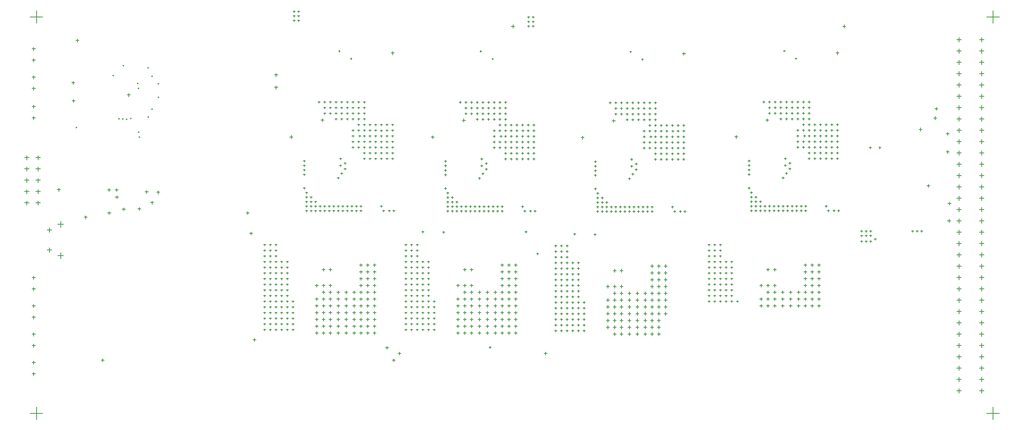
<source format=gbr>
%FSTAX23Y23*%
%MOIN*%
%SFA1B1*%

%IPPOS*%
%ADD75C,0.005000*%
%LNlv1_drillmap_1-1*%
%LPD*%
G54D75*
X01193Y02281D02*
X01244D01*
X01219Y02255D02*
Y02306D01*
X01193Y02005D02*
X01244D01*
X01219Y01979D02*
Y0203D01*
X01101Y02054D02*
X0114D01*
X0112Y02035D02*
Y02074D01*
X01101Y02231D02*
X0114D01*
X0112Y02212D02*
Y02251D01*
X00965Y0373D02*
X00997D01*
X00981Y03714D02*
Y03745D01*
X00965Y0383D02*
X00997D01*
X00981Y03814D02*
Y03845D01*
X00965Y0332D02*
X00997D01*
X00981Y03304D02*
Y03335D01*
X00965Y0322D02*
X00997D01*
X00981Y03204D02*
Y03235D01*
X00965Y0358D02*
X00997D01*
X00981Y03564D02*
Y03595D01*
X00965Y0348D02*
X00997D01*
X00981Y03464D02*
Y03495D01*
X00965Y0181D02*
X00997D01*
X00981Y01794D02*
Y01825D01*
X00965Y0171D02*
X00997D01*
X00981Y01694D02*
Y01725D01*
X00965Y0156D02*
X00997D01*
X00981Y01544D02*
Y01575D01*
X00965Y0146D02*
X00997D01*
X00981Y01444D02*
Y01475D01*
X00965Y0131D02*
X00997D01*
X00981Y01294D02*
Y01325D01*
X00965Y0121D02*
X00997D01*
X00981Y01194D02*
Y01225D01*
X00965Y0106D02*
X00997D01*
X00981Y01044D02*
Y01075D01*
X00965Y0096D02*
X00997D01*
X00981Y00944D02*
Y00975D01*
X00901Y0287D02*
X00939D01*
X0092Y02851D02*
Y02889D01*
X01001Y0287D02*
X01039D01*
X0102Y02851D02*
Y02889D01*
X01001Y0277D02*
X01039D01*
X0102Y02751D02*
Y02789D01*
X00901Y0277D02*
X00939D01*
X0092Y02751D02*
Y02789D01*
X00901Y0267D02*
X00939D01*
X0092Y02651D02*
Y02689D01*
X01001Y0267D02*
X01039D01*
X0102Y02651D02*
Y02689D01*
X00901Y0257D02*
X00939D01*
X0092Y02551D02*
Y02589D01*
X01001Y0257D02*
X01039D01*
X0102Y02551D02*
Y02589D01*
X00901Y0247D02*
X00939D01*
X0092Y02451D02*
Y02489D01*
X01001Y0247D02*
X01039D01*
X0102Y02451D02*
Y02489D01*
X0933Y03912D02*
X09369D01*
X0935Y03892D02*
Y03931D01*
X0933Y03812D02*
X09369D01*
X0935Y03792D02*
Y03831D01*
X0933Y03712D02*
X09369D01*
X0935Y03692D02*
Y03731D01*
X0933Y03612D02*
X09369D01*
X0935Y03592D02*
Y03631D01*
X0933Y03512D02*
X09369D01*
X0935Y03492D02*
Y03531D01*
X0933Y03412D02*
X09369D01*
X0935Y03392D02*
Y03431D01*
X0933Y03312D02*
X09369D01*
X0935Y03292D02*
Y03331D01*
X0933Y03212D02*
X09369D01*
X0935Y03192D02*
Y03231D01*
X0933Y03112D02*
X09369D01*
X0935Y03092D02*
Y03131D01*
X0933Y03012D02*
X09369D01*
X0935Y02992D02*
Y03031D01*
X0933Y02912D02*
X09369D01*
X0935Y02892D02*
Y02931D01*
X0933Y02812D02*
X09369D01*
X0935Y02792D02*
Y02831D01*
X0933Y02712D02*
X09369D01*
X0935Y02692D02*
Y02731D01*
X0933Y02612D02*
X09369D01*
X0935Y02592D02*
Y02631D01*
X0933Y02512D02*
X09369D01*
X0935Y02492D02*
Y02531D01*
X0933Y02412D02*
X09369D01*
X0935Y02392D02*
Y02431D01*
X0933Y02312D02*
X09369D01*
X0935Y02292D02*
Y02331D01*
X0933Y02212D02*
X09369D01*
X0935Y02192D02*
Y02231D01*
X0933Y02112D02*
X09369D01*
X0935Y02092D02*
Y02131D01*
X0933Y02012D02*
X09369D01*
X0935Y01992D02*
Y02031D01*
X0933Y01912D02*
X09369D01*
X0935Y01892D02*
Y01931D01*
X0933Y01812D02*
X09369D01*
X0935Y01792D02*
Y01831D01*
X0933Y01712D02*
X09369D01*
X0935Y01692D02*
Y01731D01*
X0933Y01612D02*
X09369D01*
X0935Y01592D02*
Y01631D01*
X0933Y01512D02*
X09369D01*
X0935Y01492D02*
Y01531D01*
X0933Y01412D02*
X09369D01*
X0935Y01392D02*
Y01431D01*
X0933Y01312D02*
X09369D01*
X0935Y01292D02*
Y01331D01*
X0933Y01212D02*
X09369D01*
X0935Y01192D02*
Y01231D01*
X0933Y01112D02*
X09369D01*
X0935Y01092D02*
Y01131D01*
X0933Y01012D02*
X09369D01*
X0935Y00992D02*
Y01031D01*
X0933Y00912D02*
X09369D01*
X0935Y00892D02*
Y00931D01*
X0933Y00812D02*
X09369D01*
X0935Y00792D02*
Y00831D01*
X0913Y03912D02*
X09169D01*
X0915Y03892D02*
Y03931D01*
X0913Y03812D02*
X09169D01*
X0915Y03792D02*
Y03831D01*
X0913Y03712D02*
X09169D01*
X0915Y03692D02*
Y03731D01*
X0913Y03612D02*
X09169D01*
X0915Y03592D02*
Y03631D01*
X0913Y03512D02*
X09169D01*
X0915Y03492D02*
Y03531D01*
X0913Y03412D02*
X09169D01*
X0915Y03392D02*
Y03431D01*
X0913Y03312D02*
X09169D01*
X0915Y03292D02*
Y03331D01*
X0913Y03212D02*
X09169D01*
X0915Y03192D02*
Y03231D01*
X0913Y03112D02*
X09169D01*
X0915Y03092D02*
Y03131D01*
X0913Y03012D02*
X09169D01*
X0915Y02992D02*
Y03031D01*
X0913Y02912D02*
X09169D01*
X0915Y02892D02*
Y02931D01*
X0913Y02812D02*
X09169D01*
X0915Y02792D02*
Y02831D01*
X0913Y02712D02*
X09169D01*
X0915Y02692D02*
Y02731D01*
X0913Y02612D02*
X09169D01*
X0915Y02592D02*
Y02631D01*
X0913Y02512D02*
X09169D01*
X0915Y02492D02*
Y02531D01*
X0913Y02412D02*
X09169D01*
X0915Y02392D02*
Y02431D01*
X0913Y02312D02*
X09169D01*
X0915Y02292D02*
Y02331D01*
X0913Y02212D02*
X09169D01*
X0915Y02192D02*
Y02231D01*
X0913Y02112D02*
X09169D01*
X0915Y02092D02*
Y02131D01*
X0913Y02012D02*
X09169D01*
X0915Y01992D02*
Y02031D01*
X0913Y01912D02*
X09169D01*
X0915Y01892D02*
Y01931D01*
X0913Y01812D02*
X09169D01*
X0915Y01792D02*
Y01831D01*
X0913Y01712D02*
X09169D01*
X0915Y01692D02*
Y01731D01*
X0913Y01612D02*
X09169D01*
X0915Y01592D02*
Y01631D01*
X0913Y01512D02*
X09169D01*
X0915Y01492D02*
Y01531D01*
X0913Y01412D02*
X09169D01*
X0915Y01392D02*
Y01431D01*
X0913Y01312D02*
X09169D01*
X0915Y01292D02*
Y01331D01*
X0913Y01212D02*
X09169D01*
X0915Y01192D02*
Y01231D01*
X0913Y01112D02*
X09169D01*
X0915Y01092D02*
Y01131D01*
X0913Y01012D02*
X09169D01*
X0915Y00992D02*
Y01031D01*
X0913Y00912D02*
X09169D01*
X0915Y00892D02*
Y00931D01*
X0913Y00812D02*
X09169D01*
X0915Y00792D02*
Y00831D01*
X09394Y04112D02*
X09505D01*
X0945Y04057D02*
Y04167D01*
X09394Y00612D02*
X09505D01*
X0945Y00557D02*
Y00667D01*
X03105Y0349D02*
X03135D01*
X0312Y03475D02*
Y03505D01*
X03105Y036D02*
X03135D01*
X0312Y03585D02*
Y03615D01*
X00951Y04111D02*
X01061D01*
X01006Y04056D02*
Y04167D01*
X00951Y00612D02*
X01061D01*
X01006Y00557D02*
Y00667D01*
X04408Y02214D02*
X04427D01*
X04418Y02204D02*
Y02224D01*
X0459Y02212D02*
X04609D01*
X046Y02202D02*
Y02222D01*
X05419Y02021D02*
X05438D01*
X05429Y02011D02*
Y02031D01*
X05746Y02194D02*
X05766D01*
X05756Y02184D02*
Y02203D01*
X05925Y02192D02*
X05945D01*
X05935Y02182D02*
Y02202D01*
X05001Y01195D02*
X0502D01*
X05011Y01185D02*
Y01205D01*
X05316Y02214D02*
X05335D01*
X05325Y02205D02*
Y02224D01*
X0327Y0416D02*
X03289D01*
X0328Y0415D02*
Y04169D01*
X0327Y0412D02*
X03289D01*
X0328Y0411D02*
Y04129D01*
X0327Y0408D02*
X03289D01*
X0328Y0407D02*
Y04089D01*
X0331Y0408D02*
X03329D01*
X0332Y0407D02*
Y04089D01*
X0331Y0412D02*
X03329D01*
X0332Y0411D02*
Y04129D01*
X0331Y0416D02*
X03329D01*
X0332Y0415D02*
Y04169D01*
X0538Y0403D02*
X05399D01*
X0539Y0402D02*
Y04039D01*
X0538Y0407D02*
X05399D01*
X0539Y0406D02*
Y04079D01*
X0538Y0411D02*
X05399D01*
X0539Y041D02*
Y04119D01*
X0534Y0407D02*
X05359D01*
X0535Y0406D02*
Y04079D01*
X0534Y0411D02*
X05359D01*
X0535Y041D02*
Y04119D01*
X0534Y0403D02*
X05359D01*
X0535Y0402D02*
Y04039D01*
X08123Y04029D02*
X08151D01*
X08136Y04015D02*
Y04043D01*
X05198Y04029D02*
X05226D01*
X05212Y04015D02*
Y04043D01*
X01315Y0353D02*
X01343D01*
X01329Y03516D02*
Y03544D01*
X0132Y0337D02*
X01348D01*
X01334Y03356D02*
Y03384D01*
X08936Y033D02*
X08964D01*
X0895Y03286D02*
Y03314D01*
X08796Y03119D02*
X08824D01*
X0881Y03105D02*
Y03133D01*
X08926Y03219D02*
X08954D01*
X0894Y03205D02*
Y03233D01*
X08866Y0262D02*
X08893D01*
X0888Y02606D02*
Y02634D01*
X0873Y0222D02*
X08749D01*
X0874Y0221D02*
Y02229D01*
X0877Y0222D02*
X08789D01*
X08779Y0221D02*
Y02229D01*
X0881Y0222D02*
X08829D01*
X0882Y0221D02*
Y02229D01*
X09036Y0308D02*
X09064D01*
X0905Y03066D02*
Y03094D01*
X09036Y0292D02*
X09064D01*
X0905Y02906D02*
Y02934D01*
X09051Y02465D02*
X09079D01*
X09065Y02451D02*
Y02479D01*
X09048Y02312D02*
X09076D01*
X09062Y02298D02*
Y02326D01*
X084Y0215D02*
X08419D01*
X0841Y0214D02*
Y02159D01*
X0836Y0222D02*
X08379D01*
X0837Y0221D02*
Y02229D01*
X0836Y0218D02*
X08379D01*
X0837Y0217D02*
Y02189D01*
X0836Y0213D02*
X08379D01*
X0837Y0212D02*
Y02139D01*
X0832Y0213D02*
X08339D01*
X0833Y0212D02*
Y02139D01*
X0832Y0218D02*
X08339D01*
X0833Y0217D02*
Y02189D01*
X0832Y0222D02*
X08339D01*
X0833Y0221D02*
Y02229D01*
X0828Y0213D02*
X08299D01*
X08289Y0212D02*
Y02139D01*
X0828Y0218D02*
X08299D01*
X08289Y0217D02*
Y02189D01*
X0828Y0222D02*
X08299D01*
X08289Y0221D02*
Y02229D01*
X0366Y0269D02*
X03679D01*
X0367Y0268D02*
Y02699D01*
X0369Y0273D02*
X03709D01*
X037Y0272D02*
Y02739D01*
X0372Y0277D02*
X03739D01*
X0373Y0276D02*
Y02779D01*
X0372Y0282D02*
X03739D01*
X0373Y0281D02*
Y02829D01*
X0368Y0286D02*
X03699D01*
X0369Y0285D02*
Y02869D01*
X0368Y028D02*
X03699D01*
X0369Y0279D02*
Y02809D01*
X03976Y0138D02*
X04004D01*
X0399Y01366D02*
Y01394D01*
X03976Y0144D02*
X04004D01*
X0399Y01426D02*
Y01454D01*
X03916Y0144D02*
X03944D01*
X0393Y01426D02*
Y01454D01*
X03916Y0138D02*
X03944D01*
X0393Y01366D02*
Y01394D01*
X03856Y0144D02*
X03884D01*
X0387Y01426D02*
Y01454D01*
X03856Y0138D02*
X03884D01*
X0387Y01366D02*
Y01394D01*
X03856Y0132D02*
X03884D01*
X0387Y01306D02*
Y01334D01*
X03916Y0132D02*
X03944D01*
X0393Y01306D02*
Y01334D01*
X03976Y0132D02*
X04004D01*
X0399Y01306D02*
Y01334D01*
X03796Y0138D02*
X03824D01*
X0381Y01366D02*
Y01394D01*
X03656Y0144D02*
X03684D01*
X0367Y01426D02*
Y01454D01*
X03726Y0132D02*
X03754D01*
X0374Y01306D02*
Y01334D01*
X03796Y0132D02*
X03824D01*
X0381Y01306D02*
Y01334D01*
X03586Y0138D02*
X03614D01*
X036Y01366D02*
Y01394D01*
X03586Y0144D02*
X03614D01*
X036Y01426D02*
Y01454D01*
X03526Y0144D02*
X03554D01*
X0354Y01426D02*
Y01454D01*
X03526Y0138D02*
X03554D01*
X0354Y01366D02*
Y01394D01*
X03466Y0144D02*
X03494D01*
X0348Y01426D02*
Y01454D01*
X03466Y0138D02*
X03494D01*
X0348Y01366D02*
Y01394D01*
X03466Y0132D02*
X03494D01*
X0348Y01306D02*
Y01334D01*
X03526Y0132D02*
X03554D01*
X0354Y01306D02*
Y01334D01*
X03586Y0132D02*
X03614D01*
X036Y01306D02*
Y01334D01*
X03796Y0144D02*
X03824D01*
X0381Y01426D02*
Y01454D01*
X03656Y0138D02*
X03684D01*
X0367Y01366D02*
Y01394D01*
X03656Y0132D02*
X03684D01*
X0367Y01306D02*
Y01334D01*
X03726Y0138D02*
X03754D01*
X0374Y01366D02*
Y01394D01*
X03726Y0144D02*
X03754D01*
X0374Y01426D02*
Y01454D01*
X03726Y0162D02*
X03754D01*
X0374Y01606D02*
Y01634D01*
X03726Y0156D02*
X03754D01*
X0374Y01546D02*
Y01574D01*
X03656Y015D02*
X03684D01*
X0367Y01486D02*
Y01514D01*
X03656Y0156D02*
X03684D01*
X0367Y01546D02*
Y01574D01*
X03796Y0168D02*
X03824D01*
X0381Y01666D02*
Y01694D01*
X03796Y0162D02*
X03824D01*
X0381Y01606D02*
Y01634D01*
X03586Y015D02*
X03614D01*
X036Y01486D02*
Y01514D01*
X03526Y015D02*
X03554D01*
X0354Y01486D02*
Y01514D01*
X03466Y015D02*
X03494D01*
X0348Y01486D02*
Y01514D01*
X03466Y0156D02*
X03494D01*
X0348Y01546D02*
Y01574D01*
X03466Y0162D02*
X03494D01*
X0348Y01606D02*
Y01634D01*
X03526Y0156D02*
X03554D01*
X0354Y01546D02*
Y01574D01*
X03526Y0162D02*
X03554D01*
X0354Y01606D02*
Y01634D01*
X03586Y0162D02*
X03614D01*
X036Y01606D02*
Y01634D01*
X03586Y0156D02*
X03614D01*
X036Y01546D02*
Y01574D01*
X03796Y015D02*
X03824D01*
X0381Y01486D02*
Y01514D01*
X03726Y015D02*
X03754D01*
X0374Y01486D02*
Y01514D01*
X03656Y0162D02*
X03684D01*
X0367Y01606D02*
Y01634D01*
X03796Y0156D02*
X03824D01*
X0381Y01546D02*
Y01574D01*
X03976Y015D02*
X04004D01*
X0399Y01486D02*
Y01514D01*
X03916Y015D02*
X03944D01*
X0393Y01486D02*
Y01514D01*
X03856Y015D02*
X03884D01*
X0387Y01486D02*
Y01514D01*
X03856Y0156D02*
X03884D01*
X0387Y01546D02*
Y01574D01*
X03856Y0162D02*
X03884D01*
X0387Y01606D02*
Y01634D01*
X03916Y0156D02*
X03944D01*
X0393Y01546D02*
Y01574D01*
X03916Y0162D02*
X03944D01*
X0393Y01606D02*
Y01634D01*
X03976Y0162D02*
X04004D01*
X0399Y01606D02*
Y01634D01*
X03976Y0156D02*
X04004D01*
X0399Y01546D02*
Y01574D01*
X03976Y0186D02*
X04004D01*
X0399Y01846D02*
Y01874D01*
X03916Y0186D02*
X03944D01*
X0393Y01846D02*
Y01874D01*
X03856Y0186D02*
X03884D01*
X0387Y01846D02*
Y01874D01*
X03856Y0192D02*
X03884D01*
X0387Y01906D02*
Y01934D01*
X03916Y0192D02*
X03944D01*
X0393Y01906D02*
Y01934D01*
X03976Y0192D02*
X04004D01*
X0399Y01906D02*
Y01934D01*
X0316Y0135D02*
X03179D01*
X0317Y0134D02*
Y01359D01*
X0316Y014D02*
X03179D01*
X0317Y0139D02*
Y01409D01*
X0316Y0145D02*
X03179D01*
X0317Y0144D02*
Y01459D01*
X0316Y015D02*
X03179D01*
X0317Y0149D02*
Y01509D01*
X0316Y0155D02*
X03179D01*
X0317Y0154D02*
Y01559D01*
X0316Y016D02*
X03179D01*
X0317Y0159D02*
Y01609D01*
X0321Y016D02*
X03229D01*
X0322Y0159D02*
Y01609D01*
X0321Y0155D02*
X03229D01*
X0322Y0154D02*
Y01559D01*
X0321Y015D02*
X03229D01*
X0322Y0149D02*
Y01509D01*
X0321Y0145D02*
X03229D01*
X0322Y0144D02*
Y01459D01*
X0321Y014D02*
X03229D01*
X0322Y0139D02*
Y01409D01*
X0321Y0135D02*
X03229D01*
X0322Y0134D02*
Y01359D01*
X0326Y016D02*
X03279D01*
X0327Y0159D02*
Y01609D01*
X0326Y0155D02*
X03279D01*
X0327Y0154D02*
Y01559D01*
X0326Y015D02*
X03279D01*
X0327Y0149D02*
Y01509D01*
X0326Y0145D02*
X03279D01*
X0327Y0144D02*
Y01459D01*
X0326Y014D02*
X03279D01*
X0327Y0139D02*
Y01409D01*
X0326Y0135D02*
X03279D01*
X0327Y0134D02*
Y01359D01*
X0321Y0165D02*
X03229D01*
X0322Y0164D02*
Y01659D01*
X0321Y017D02*
X03229D01*
X0322Y0169D02*
Y01709D01*
X0321Y0175D02*
X03229D01*
X0322Y0174D02*
Y01759D01*
X0321Y018D02*
X03229D01*
X0322Y0179D02*
Y01809D01*
X0321Y0185D02*
X03229D01*
X0322Y0184D02*
Y01859D01*
X0321Y019D02*
X03229D01*
X0322Y0189D02*
Y01909D01*
X0321Y0195D02*
X03229D01*
X0322Y0194D02*
Y01959D01*
X0316Y0165D02*
X03179D01*
X0317Y0164D02*
Y01659D01*
X0316Y017D02*
X03179D01*
X0317Y0169D02*
Y01709D01*
X0316Y0175D02*
X03179D01*
X0317Y0174D02*
Y01759D01*
X0316Y018D02*
X03179D01*
X0317Y0179D02*
Y01809D01*
X0316Y0185D02*
X03179D01*
X0317Y0184D02*
Y01859D01*
X0316Y019D02*
X03179D01*
X0317Y0189D02*
Y01909D01*
X0316Y0195D02*
X03179D01*
X0317Y0194D02*
Y01959D01*
X0311Y0135D02*
X03129D01*
X0312Y0134D02*
Y01359D01*
X0311Y014D02*
X03129D01*
X0312Y0139D02*
Y01409D01*
X0311Y0145D02*
X03129D01*
X0312Y0144D02*
Y01459D01*
X0311Y015D02*
X03129D01*
X0312Y0149D02*
Y01509D01*
X0311Y0155D02*
X03129D01*
X0312Y0154D02*
Y01559D01*
X0311Y016D02*
X03129D01*
X0312Y0159D02*
Y01609D01*
X0311Y0165D02*
X03129D01*
X0312Y0164D02*
Y01659D01*
X0306Y0135D02*
X03079D01*
X0307Y0134D02*
Y01359D01*
X0306Y014D02*
X03079D01*
X0307Y0139D02*
Y01409D01*
X0306Y0145D02*
X03079D01*
X0307Y0144D02*
Y01459D01*
X0306Y015D02*
X03079D01*
X0307Y0149D02*
Y01509D01*
X0306Y0155D02*
X03079D01*
X0307Y0154D02*
Y01559D01*
X0306Y016D02*
X03079D01*
X0307Y0159D02*
Y01609D01*
X0306Y0165D02*
X03079D01*
X0307Y0164D02*
Y01659D01*
X0301Y0165D02*
X03029D01*
X0302Y0164D02*
Y01659D01*
X0301Y016D02*
X03029D01*
X0302Y0159D02*
Y01609D01*
X0301Y0155D02*
X03029D01*
X0302Y0154D02*
Y01559D01*
X0301Y015D02*
X03029D01*
X0302Y0149D02*
Y01509D01*
X0301Y0145D02*
X03029D01*
X0302Y0144D02*
Y01459D01*
X0301Y014D02*
X03029D01*
X0302Y0139D02*
Y01409D01*
X0301Y0135D02*
X03029D01*
X0302Y0134D02*
Y01359D01*
X0311Y021D02*
X03129D01*
X0312Y0209D02*
Y02109D01*
X0311Y0205D02*
X03129D01*
X0312Y0204D02*
Y02059D01*
X0311Y02D02*
X03129D01*
X0312Y0199D02*
Y02009D01*
X0311Y0195D02*
X03129D01*
X0312Y0194D02*
Y01959D01*
X0311Y019D02*
X03129D01*
X0312Y0189D02*
Y01909D01*
X0311Y0185D02*
X03129D01*
X0312Y0184D02*
Y01859D01*
X0311Y018D02*
X03129D01*
X0312Y0179D02*
Y01809D01*
X0311Y0175D02*
X03129D01*
X0312Y0174D02*
Y01759D01*
X0311Y017D02*
X03129D01*
X0312Y0169D02*
Y01709D01*
X0306Y021D02*
X03079D01*
X0307Y0209D02*
Y02109D01*
X0306Y0205D02*
X03079D01*
X0307Y0204D02*
Y02059D01*
X0306Y02D02*
X03079D01*
X0307Y0199D02*
Y02009D01*
X0306Y0195D02*
X03079D01*
X0307Y0194D02*
Y01959D01*
X0306Y019D02*
X03079D01*
X0307Y0189D02*
Y01909D01*
X0306Y0185D02*
X03079D01*
X0307Y0184D02*
Y01859D01*
X0306Y018D02*
X03079D01*
X0307Y0179D02*
Y01809D01*
X0306Y0175D02*
X03079D01*
X0307Y0174D02*
Y01759D01*
X0306Y017D02*
X03079D01*
X0307Y0169D02*
Y01709D01*
X0301Y017D02*
X03029D01*
X0302Y0169D02*
Y01709D01*
X0301Y0175D02*
X03029D01*
X0302Y0174D02*
Y01759D01*
X0301Y018D02*
X03029D01*
X0302Y0179D02*
Y01809D01*
X0301Y0185D02*
X03029D01*
X0302Y0184D02*
Y01859D01*
X0301Y019D02*
X03029D01*
X0302Y0189D02*
Y01909D01*
X0301Y0195D02*
X03029D01*
X0302Y0194D02*
Y01959D01*
X0301Y02D02*
X03029D01*
X0302Y0199D02*
Y02009D01*
X0301Y0205D02*
X03029D01*
X0302Y0204D02*
Y02059D01*
X0301Y021D02*
X03029D01*
X0302Y0209D02*
Y02109D01*
X0374Y0336D02*
X03759D01*
X0375Y0335D02*
Y03369D01*
X0374Y0326D02*
X03759D01*
X0375Y0325D02*
Y03269D01*
X0374Y0321D02*
X03759D01*
X0375Y032D02*
Y03219D01*
X0374Y0331D02*
X03759D01*
X0375Y033D02*
Y03319D01*
X0414Y0286D02*
X04159D01*
X0415Y0285D02*
Y02869D01*
X0409Y0286D02*
X04109D01*
X041Y0285D02*
Y02869D01*
X0404Y0286D02*
X04059D01*
X0405Y0285D02*
Y02869D01*
X0399Y0286D02*
X04009D01*
X04Y0285D02*
Y02869D01*
X0394Y0286D02*
X03959D01*
X0395Y0285D02*
Y02869D01*
X0389Y0286D02*
X03909D01*
X039Y0285D02*
Y02869D01*
X0389Y0291D02*
X03909D01*
X039Y029D02*
Y02919D01*
X0394Y0291D02*
X03959D01*
X0395Y029D02*
Y02919D01*
X0399Y0291D02*
X04009D01*
X04Y029D02*
Y02919D01*
X0404Y0291D02*
X04059D01*
X0405Y029D02*
Y02919D01*
X0409Y0291D02*
X04109D01*
X041Y029D02*
Y02919D01*
X0414Y0291D02*
X04159D01*
X0415Y029D02*
Y02919D01*
X0369Y0336D02*
X03709D01*
X037Y0335D02*
Y03369D01*
X0389Y0301D02*
X03909D01*
X039Y03D02*
Y03019D01*
X0394Y0301D02*
X03959D01*
X0395Y03D02*
Y03019D01*
X0399Y0301D02*
X04009D01*
X04Y03D02*
Y03019D01*
X0404Y0301D02*
X04059D01*
X0405Y03D02*
Y03019D01*
X0409Y0301D02*
X04109D01*
X041Y03D02*
Y03019D01*
X0414Y0301D02*
X04159D01*
X0415Y03D02*
Y03019D01*
X0414Y0296D02*
X04159D01*
X0415Y0295D02*
Y02969D01*
X0409Y0296D02*
X04109D01*
X041Y0295D02*
Y02969D01*
X0404Y0296D02*
X04059D01*
X0405Y0295D02*
Y02969D01*
X0399Y0296D02*
X04009D01*
X04Y0295D02*
Y02969D01*
X0394Y0296D02*
X03959D01*
X0395Y0295D02*
Y02969D01*
X0389Y0296D02*
X03909D01*
X039Y0295D02*
Y02969D01*
X0384Y0296D02*
X03859D01*
X0385Y0295D02*
Y02969D01*
X0384Y0301D02*
X03859D01*
X0385Y03D02*
Y03019D01*
X0385Y0306D02*
X03869D01*
X0386Y0305D02*
Y03069D01*
X0389Y0306D02*
X03909D01*
X039Y0305D02*
Y03069D01*
X0394Y0306D02*
X03959D01*
X0395Y0305D02*
Y03069D01*
X0399Y0306D02*
X04009D01*
X04Y0305D02*
Y03069D01*
X0404Y0306D02*
X04059D01*
X0405Y0305D02*
Y03069D01*
X0409Y0306D02*
X04109D01*
X041Y0305D02*
Y03069D01*
X0414Y0306D02*
X04159D01*
X0415Y0305D02*
Y03069D01*
X0409Y0311D02*
X04109D01*
X041Y031D02*
Y03119D01*
X04041Y03109D02*
X0406D01*
X04051Y03099D02*
Y03118D01*
X0399Y0311D02*
X04009D01*
X04Y031D02*
Y03119D01*
X0394Y0311D02*
X03959D01*
X0395Y031D02*
Y03119D01*
X0389Y0311D02*
X03909D01*
X039Y031D02*
Y03119D01*
X0384Y0311D02*
X03859D01*
X0385Y031D02*
Y03119D01*
X0379Y0296D02*
X03809D01*
X038Y0295D02*
Y02969D01*
X0379Y0301D02*
X03809D01*
X038Y03D02*
Y03019D01*
X0379Y0306D02*
X03809D01*
X038Y0305D02*
Y03069D01*
X0379Y0311D02*
X03809D01*
X038Y031D02*
Y03119D01*
X0414Y0311D02*
X04159D01*
X0415Y031D02*
Y03119D01*
X0414Y0316D02*
X04159D01*
X0415Y0315D02*
Y03169D01*
X0409Y0316D02*
X04109D01*
X041Y0315D02*
Y03169D01*
X0404Y0316D02*
X04059D01*
X0405Y0315D02*
Y03169D01*
X0399Y0316D02*
X04009D01*
X04Y0315D02*
Y03169D01*
X0394Y0316D02*
X03959D01*
X0395Y0315D02*
Y03169D01*
X0389Y0316D02*
X03909D01*
X039Y0315D02*
Y03169D01*
X0384Y0316D02*
X03859D01*
X0385Y0315D02*
Y03169D01*
X0389Y0321D02*
X03909D01*
X039Y032D02*
Y03219D01*
X0384Y0321D02*
X03859D01*
X0385Y032D02*
Y03219D01*
X0379Y0321D02*
X03809D01*
X038Y032D02*
Y03219D01*
X0389Y0326D02*
X03909D01*
X039Y0325D02*
Y03269D01*
X0384Y0326D02*
X03859D01*
X0385Y0325D02*
Y03269D01*
X0379Y0326D02*
X03809D01*
X038Y0325D02*
Y03269D01*
X0379Y0331D02*
X03809D01*
X038Y033D02*
Y03319D01*
X0384Y0331D02*
X03859D01*
X0385Y033D02*
Y03319D01*
X0389Y0331D02*
X03909D01*
X039Y033D02*
Y03319D01*
X0379Y0336D02*
X03809D01*
X038Y0335D02*
Y03369D01*
X0384Y0336D02*
X03859D01*
X0385Y0335D02*
Y03369D01*
X0389Y0336D02*
X03909D01*
X039Y0335D02*
Y03369D01*
X0411Y024D02*
X04129D01*
X0412Y0239D02*
Y02409D01*
X0404Y0244D02*
X04059D01*
X0405Y0243D02*
Y02449D01*
X0336Y0284D02*
X03379D01*
X0337Y0283D02*
Y02849D01*
X0336Y028D02*
X03379D01*
X0337Y0279D02*
Y02809D01*
X0336Y0276D02*
X03379D01*
X0337Y0275D02*
Y02769D01*
X0336Y0272D02*
X03379D01*
X0337Y0271D02*
Y02729D01*
X0336Y026D02*
X03379D01*
X0337Y0259D02*
Y02609D01*
X0338Y0256D02*
X03399D01*
X0339Y0255D02*
Y02569D01*
X0338Y0252D02*
X03399D01*
X0339Y0251D02*
Y02529D01*
X0338Y0248D02*
X03399D01*
X0339Y0247D02*
Y02489D01*
X0342Y0248D02*
X03439D01*
X0343Y0247D02*
Y02489D01*
X0342Y0252D02*
X03439D01*
X0343Y0251D02*
Y02529D01*
X0346Y0248D02*
X03479D01*
X0347Y0247D02*
Y02489D01*
X0338Y0244D02*
X03399D01*
X0339Y0243D02*
Y02449D01*
X0338Y024D02*
X03399D01*
X0339Y0239D02*
Y02409D01*
X0342Y024D02*
X03439D01*
X0343Y0239D02*
Y02409D01*
X0342Y0244D02*
X03439D01*
X0343Y0243D02*
Y02449D01*
X0346Y0244D02*
X03479D01*
X0347Y0243D02*
Y02449D01*
X0346Y024D02*
X03479D01*
X0347Y0239D02*
Y02409D01*
X035Y0244D02*
X03519D01*
X0351Y0243D02*
Y02449D01*
X035Y024D02*
X03519D01*
X0351Y0239D02*
Y02409D01*
X0354Y024D02*
X03559D01*
X0355Y0239D02*
Y02409D01*
X0354Y0244D02*
X03559D01*
X0355Y0243D02*
Y02449D01*
X0358Y0244D02*
X03599D01*
X0359Y0243D02*
Y02449D01*
X0358Y024D02*
X03599D01*
X0359Y0239D02*
Y02409D01*
X0362Y024D02*
X03639D01*
X0363Y0239D02*
Y02409D01*
X0362Y0244D02*
X03639D01*
X0363Y0243D02*
Y02449D01*
X0366Y0244D02*
X03679D01*
X0367Y0243D02*
Y02449D01*
X0366Y024D02*
X03679D01*
X0367Y0239D02*
Y02409D01*
X037Y024D02*
X03719D01*
X0371Y0239D02*
Y02409D01*
X037Y0244D02*
X03719D01*
X0371Y0243D02*
Y02449D01*
X0374Y0244D02*
X03759D01*
X0375Y0243D02*
Y02449D01*
X0374Y024D02*
X03759D01*
X0375Y0239D02*
Y02409D01*
X0378Y0244D02*
X03799D01*
X0379Y0243D02*
Y02449D01*
X0378Y024D02*
X03799D01*
X0379Y0239D02*
Y02409D01*
X0382Y024D02*
X03839D01*
X0383Y0239D02*
Y02409D01*
X0382Y0244D02*
X03839D01*
X0383Y0243D02*
Y02449D01*
X0386Y0244D02*
X03879D01*
X0387Y0243D02*
Y02449D01*
X0386Y024D02*
X03879D01*
X0387Y0239D02*
Y02409D01*
X0406Y024D02*
X04079D01*
X0407Y0239D02*
Y02409D01*
X0415Y024D02*
X04169D01*
X0416Y0239D02*
Y02409D01*
X01576Y0108D02*
X01604D01*
X0159Y01066D02*
Y01094D01*
X04146Y0108D02*
X04174D01*
X0416Y01066D02*
Y01094D01*
X05486Y0114D02*
X05514D01*
X055Y01126D02*
Y01154D01*
X04196Y0114D02*
X04224D01*
X0421Y01126D02*
Y01154D01*
X02916Y0126D02*
X02944D01*
X0293Y01246D02*
Y01274D01*
X04086Y0119D02*
X04114D01*
X041Y01176D02*
Y01204D01*
X03526Y0188D02*
X03554D01*
X0354Y01866D02*
Y01894D01*
X03586Y0188D02*
X03614D01*
X036Y01866D02*
Y01894D01*
X03526Y0168D02*
X03554D01*
X0354Y01666D02*
Y01694D01*
X03466Y0174D02*
X03494D01*
X0348Y01726D02*
Y01754D01*
X03526Y0174D02*
X03554D01*
X0354Y01726D02*
Y01754D01*
X03586Y0174D02*
X03614D01*
X036Y01726D02*
Y01754D01*
X03586Y0168D02*
X03614D01*
X036Y01666D02*
Y01694D01*
X03656Y0168D02*
X03684D01*
X0367Y01666D02*
Y01694D01*
X03726Y0168D02*
X03754D01*
X0374Y01666D02*
Y01694D01*
X03976Y0174D02*
X04004D01*
X0399Y01726D02*
Y01754D01*
X03976Y018D02*
X04004D01*
X0399Y01786D02*
Y01814D01*
X03916Y018D02*
X03944D01*
X0393Y01786D02*
Y01814D01*
X03916Y0174D02*
X03944D01*
X0393Y01726D02*
Y01754D01*
X03856Y018D02*
X03884D01*
X0387Y01786D02*
Y01814D01*
X03856Y0174D02*
X03884D01*
X0387Y01726D02*
Y01754D01*
X03856Y0168D02*
X03884D01*
X0387Y01666D02*
Y01694D01*
X03916Y0168D02*
X03944D01*
X0393Y01666D02*
Y01694D01*
X03976Y0168D02*
X04004D01*
X0399Y01666D02*
Y01694D01*
X04136Y03793D02*
X04164D01*
X0415Y03779D02*
Y03807D01*
X03776Y03743D02*
X03791D01*
X03784Y03735D02*
Y0375D01*
X03241Y03052D02*
X03269D01*
X03255Y03038D02*
Y03066D01*
X03672Y0381D02*
X03687D01*
X0368Y03802D02*
Y03817D01*
X02886Y022D02*
X02914D01*
X029Y02186D02*
Y02214D01*
X02856Y0238D02*
X02884D01*
X0287Y02366D02*
Y02394D01*
X03516Y032D02*
X03544D01*
X0353Y03186D02*
Y03214D01*
X0364Y0336D02*
X03659D01*
X0365Y0335D02*
Y03369D01*
X0359Y0336D02*
X03609D01*
X036Y0335D02*
Y03369D01*
X0354Y0336D02*
X03559D01*
X0355Y0335D02*
Y03369D01*
X0349Y0336D02*
X03509D01*
X035Y0335D02*
Y03369D01*
X0369Y0331D02*
X03709D01*
X037Y033D02*
Y03319D01*
X0364Y0331D02*
X03659D01*
X0365Y033D02*
Y03319D01*
X0359Y0331D02*
X03609D01*
X036Y033D02*
Y03319D01*
X0354Y0331D02*
X03559D01*
X0355Y033D02*
Y03319D01*
X0369Y0326D02*
X03709D01*
X037Y0325D02*
Y03269D01*
X0369Y0321D02*
X03709D01*
X037Y032D02*
Y03219D01*
X0364Y0326D02*
X03659D01*
X0365Y0325D02*
Y03269D01*
X0359Y0326D02*
X03609D01*
X036Y0325D02*
Y03269D01*
X0354Y0326D02*
X03559D01*
X0355Y0325D02*
Y03269D01*
X0364Y0321D02*
X03659D01*
X0365Y032D02*
Y03219D01*
X08442Y02957D02*
X08461D01*
X08451Y02947D02*
Y02967D01*
X08358Y02958D02*
X08377D01*
X08368Y02948D02*
Y02968D01*
X01964Y02568D02*
X01992D01*
X01978Y02554D02*
Y02582D01*
X01426Y02343D02*
X01454D01*
X0144Y02329D02*
Y02357D01*
X01901Y03481D02*
X01911D01*
X01906Y03476D02*
Y03486D01*
X01894Y03525D02*
X01904D01*
X01899Y0352D02*
Y0353D01*
X01832Y03216D02*
X01842D01*
X01837Y03211D02*
Y03221D01*
X01729Y03214D02*
X01739D01*
X01734Y03209D02*
Y03219D01*
X01763Y03212D02*
X01773D01*
X01768Y03207D02*
Y03217D01*
X01796Y03209D02*
X01806D01*
X01801Y03204D02*
Y03214D01*
X01352Y03905D02*
X0138D01*
X01366Y03891D02*
Y03919D01*
X017Y02584D02*
X01728D01*
X01714Y0257D02*
Y02598D01*
X01188Y02586D02*
X01216D01*
X01202Y02572D02*
Y026D01*
X02065Y02563D02*
X02093D01*
X02079Y02549D02*
Y02577D01*
X01902Y03095D02*
X01912D01*
X01907Y0309D02*
Y031D01*
X01909Y03051D02*
X01919D01*
X01914Y03046D02*
Y03056D01*
X01987Y03229D02*
X01997D01*
X01992Y03224D02*
Y03234D01*
X02021Y03299D02*
X02031D01*
X02026Y03294D02*
Y03304D01*
X01986Y03664D02*
X01996D01*
X01991Y03659D02*
Y03669D01*
X01768Y03684D02*
X01778D01*
X01773Y03679D02*
Y03689D01*
X01677Y03595D02*
X01687D01*
X01682Y0359D02*
Y036D01*
X0202Y03588D02*
X0203D01*
X02025Y03583D02*
Y03593D01*
X02075Y03524D02*
X02085D01*
X0208Y03519D02*
Y03529D01*
X02077Y03404D02*
X02087D01*
X02082Y03399D02*
Y03409D01*
X01806Y03423D02*
X01834D01*
X0182Y03409D02*
Y03437D01*
X01353Y03137D02*
X01363D01*
X01358Y03132D02*
Y03142D01*
X01632Y02585D02*
X0166D01*
X01646Y02571D02*
Y02599D01*
X01634Y02381D02*
X01662D01*
X01648Y02367D02*
Y02395D01*
X01761Y02415D02*
X01789D01*
X01775Y02401D02*
Y02429D01*
X019Y02418D02*
X01928D01*
X01914Y02404D02*
Y02432D01*
X02012Y02473D02*
X0204D01*
X02026Y02459D02*
Y02487D01*
X01701Y0252D02*
X01729D01*
X01715Y02506D02*
Y02534D01*
X04888Y03209D02*
X04908D01*
X04898Y03199D02*
Y03219D01*
X04788Y03259D02*
X04808D01*
X04798Y03249D02*
Y03269D01*
X04838Y03259D02*
X04858D01*
X04848Y03249D02*
Y03269D01*
X04888Y03259D02*
X04908D01*
X04898Y03249D02*
Y03269D01*
X04938Y03209D02*
X04958D01*
X04948Y03199D02*
Y03219D01*
X04938Y03259D02*
X04958D01*
X04948Y03249D02*
Y03269D01*
X04788Y03309D02*
X04808D01*
X04798Y03299D02*
Y03319D01*
X04838Y03309D02*
X04858D01*
X04848Y03299D02*
Y03319D01*
X04888Y03309D02*
X04908D01*
X04898Y03299D02*
Y03319D01*
X04938Y03309D02*
X04958D01*
X04948Y03299D02*
Y03319D01*
X04738Y03359D02*
X04758D01*
X04748Y03349D02*
Y03369D01*
X04788Y03359D02*
X04808D01*
X04798Y03349D02*
Y03369D01*
X04838Y03359D02*
X04858D01*
X04848Y03349D02*
Y03369D01*
X04888Y03359D02*
X04908D01*
X04898Y03349D02*
Y03369D01*
X04764Y03199D02*
X04792D01*
X04778Y03185D02*
Y03213D01*
X04921Y03809D02*
X04936D01*
X04928Y03801D02*
Y03816D01*
X0449Y03051D02*
X04518D01*
X04504Y03037D02*
Y03065D01*
X05025Y03742D02*
X0504D01*
X05032Y03734D02*
Y03749D01*
X05398Y02399D02*
X05418D01*
X05408Y02389D02*
Y02409D01*
X05308Y02399D02*
X05328D01*
X05318Y02389D02*
Y02409D01*
X04608Y02719D02*
X04628D01*
X04618Y02709D02*
Y02729D01*
X04608Y02759D02*
X04628D01*
X04618Y02749D02*
Y02769D01*
X04608Y02799D02*
X04628D01*
X04618Y02789D02*
Y02809D01*
X04608Y02839D02*
X04628D01*
X04618Y02829D02*
Y02849D01*
X05288Y02439D02*
X05308D01*
X05298Y02429D02*
Y02449D01*
X05358Y02399D02*
X05378D01*
X05368Y02389D02*
Y02409D01*
X05138Y03359D02*
X05158D01*
X05148Y03349D02*
Y03369D01*
X05088Y03359D02*
X05108D01*
X05098Y03349D02*
Y03369D01*
X05038Y03359D02*
X05058D01*
X05048Y03349D02*
Y03369D01*
X05138Y03309D02*
X05158D01*
X05148Y03299D02*
Y03319D01*
X05088Y03309D02*
X05108D01*
X05098Y03299D02*
Y03319D01*
X05038Y03309D02*
X05058D01*
X05048Y03299D02*
Y03319D01*
X05038Y03259D02*
X05058D01*
X05048Y03249D02*
Y03269D01*
X05088Y03259D02*
X05108D01*
X05098Y03249D02*
Y03269D01*
X05138Y03259D02*
X05158D01*
X05148Y03249D02*
Y03269D01*
X05038Y03209D02*
X05058D01*
X05048Y03199D02*
Y03219D01*
X05088Y03209D02*
X05108D01*
X05098Y03199D02*
Y03219D01*
X05138Y03209D02*
X05158D01*
X05148Y03199D02*
Y03219D01*
X05088Y03159D02*
X05108D01*
X05098Y03149D02*
Y03169D01*
X05138Y03159D02*
X05158D01*
X05148Y03149D02*
Y03169D01*
X05188Y03159D02*
X05208D01*
X05198Y03149D02*
Y03169D01*
X05238Y03159D02*
X05258D01*
X05248Y03149D02*
Y03169D01*
X05288Y03159D02*
X05308D01*
X05298Y03149D02*
Y03169D01*
X05338Y03159D02*
X05358D01*
X05348Y03149D02*
Y03169D01*
X05388Y03159D02*
X05408D01*
X05398Y03149D02*
Y03169D01*
X05388Y03109D02*
X05408D01*
X05398Y03099D02*
Y03119D01*
X05038Y03109D02*
X05058D01*
X05048Y03099D02*
Y03119D01*
X05038Y03059D02*
X05058D01*
X05048Y03049D02*
Y03069D01*
X05038Y03009D02*
X05058D01*
X05048Y02999D02*
Y03019D01*
X05038Y02959D02*
X05058D01*
X05048Y02949D02*
Y02969D01*
X05088Y03109D02*
X05108D01*
X05098Y03099D02*
Y03119D01*
X05138Y03109D02*
X05158D01*
X05148Y03099D02*
Y03119D01*
X05188Y03109D02*
X05208D01*
X05198Y03099D02*
Y03119D01*
X05238Y03109D02*
X05258D01*
X05248Y03099D02*
Y03119D01*
X05289Y03108D02*
X05309D01*
X05299Y03098D02*
Y03118D01*
X05338Y03109D02*
X05358D01*
X05348Y03099D02*
Y03119D01*
X05388Y03059D02*
X05408D01*
X05398Y03049D02*
Y03069D01*
X05338Y03059D02*
X05358D01*
X05348Y03049D02*
Y03069D01*
X05288Y03059D02*
X05308D01*
X05298Y03049D02*
Y03069D01*
X05238Y03059D02*
X05258D01*
X05248Y03049D02*
Y03069D01*
X05188Y03059D02*
X05208D01*
X05198Y03049D02*
Y03069D01*
X05138Y03059D02*
X05158D01*
X05148Y03049D02*
Y03069D01*
X05098Y03059D02*
X05118D01*
X05108Y03049D02*
Y03069D01*
X05088Y03009D02*
X05108D01*
X05098Y02999D02*
Y03019D01*
X05088Y02959D02*
X05108D01*
X05098Y02949D02*
Y02969D01*
X05138Y02959D02*
X05158D01*
X05148Y02949D02*
Y02969D01*
X05188Y02959D02*
X05208D01*
X05198Y02949D02*
Y02969D01*
X05238Y02959D02*
X05258D01*
X05248Y02949D02*
Y02969D01*
X05288Y02959D02*
X05308D01*
X05298Y02949D02*
Y02969D01*
X05338Y02959D02*
X05358D01*
X05348Y02949D02*
Y02969D01*
X05388Y02959D02*
X05408D01*
X05398Y02949D02*
Y02969D01*
X05388Y03009D02*
X05408D01*
X05398Y02999D02*
Y03019D01*
X05338Y03009D02*
X05358D01*
X05348Y02999D02*
Y03019D01*
X05288Y03009D02*
X05308D01*
X05298Y02999D02*
Y03019D01*
X05238Y03009D02*
X05258D01*
X05248Y02999D02*
Y03019D01*
X05188Y03009D02*
X05208D01*
X05198Y02999D02*
Y03019D01*
X05138Y03009D02*
X05158D01*
X05148Y02999D02*
Y03019D01*
X04938Y03359D02*
X04958D01*
X04948Y03349D02*
Y03369D01*
X05388Y02909D02*
X05408D01*
X05398Y02899D02*
Y02919D01*
X05338Y02909D02*
X05358D01*
X05348Y02899D02*
Y02919D01*
X05288Y02909D02*
X05308D01*
X05298Y02899D02*
Y02919D01*
X05238Y02909D02*
X05258D01*
X05248Y02899D02*
Y02919D01*
X05188Y02909D02*
X05208D01*
X05198Y02899D02*
Y02919D01*
X05138Y02909D02*
X05158D01*
X05148Y02899D02*
Y02919D01*
X05138Y02859D02*
X05158D01*
X05148Y02849D02*
Y02869D01*
X05188Y02859D02*
X05208D01*
X05198Y02849D02*
Y02869D01*
X05238Y02859D02*
X05258D01*
X05248Y02849D02*
Y02869D01*
X05288Y02859D02*
X05308D01*
X05298Y02849D02*
Y02869D01*
X05338Y02859D02*
X05358D01*
X05348Y02849D02*
Y02869D01*
X05388Y02859D02*
X05408D01*
X05398Y02849D02*
Y02869D01*
X04988Y03309D02*
X05008D01*
X04998Y03299D02*
Y03319D01*
X04988Y03209D02*
X05008D01*
X04998Y03199D02*
Y03219D01*
X04988Y03259D02*
X05008D01*
X04998Y03249D02*
Y03269D01*
X04988Y03359D02*
X05008D01*
X04998Y03349D02*
Y03369D01*
X04928Y02799D02*
X04948D01*
X04938Y02789D02*
Y02809D01*
X04928Y02859D02*
X04948D01*
X04938Y02849D02*
Y02869D01*
X04968Y02819D02*
X04988D01*
X04978Y02809D02*
Y02829D01*
X04968Y02769D02*
X04988D01*
X04978Y02759D02*
Y02779D01*
X04938Y02729D02*
X04958D01*
X04948Y02719D02*
Y02739D01*
X04908Y02689D02*
X04928D01*
X04918Y02679D02*
Y02699D01*
X06211Y03204D02*
X06231D01*
X06221Y03194D02*
Y03213D01*
X06111Y03254D02*
X06131D01*
X06121Y03244D02*
Y03263D01*
X06161Y03254D02*
X06181D01*
X06171Y03244D02*
Y03263D01*
X06211Y03254D02*
X06231D01*
X06221Y03244D02*
Y03263D01*
X06261Y03204D02*
X06281D01*
X06271Y03194D02*
Y03213D01*
X06261Y03254D02*
X06281D01*
X06271Y03244D02*
Y03263D01*
X06111Y03304D02*
X06131D01*
X06121Y03294D02*
Y03313D01*
X06161Y03304D02*
X06181D01*
X06171Y03294D02*
Y03313D01*
X06211Y03304D02*
X06231D01*
X06221Y03294D02*
Y03313D01*
X06261Y03304D02*
X06281D01*
X06271Y03294D02*
Y03313D01*
X06061Y03354D02*
X06081D01*
X06071Y03344D02*
Y03363D01*
X06111Y03354D02*
X06131D01*
X06121Y03344D02*
Y03363D01*
X06161Y03354D02*
X06181D01*
X06171Y03344D02*
Y03363D01*
X06211Y03354D02*
X06231D01*
X06221Y03344D02*
Y03363D01*
X06087Y03194D02*
X06115D01*
X06101Y0318D02*
Y03208D01*
X06244Y03804D02*
X06259D01*
X06251Y03796D02*
Y03811D01*
X05813Y03046D02*
X05841D01*
X05827Y03032D02*
Y0306D01*
X06348Y03737D02*
X06363D01*
X06355Y03729D02*
Y03744D01*
X06707Y03787D02*
X06735D01*
X06721Y03773D02*
Y03801D01*
X06721Y02394D02*
X06741D01*
X06731Y02384D02*
Y02403D01*
X06631Y02394D02*
X06651D01*
X06641Y02384D02*
Y02403D01*
X06431Y02394D02*
X06451D01*
X06441Y02384D02*
Y02403D01*
X06431Y02434D02*
X06451D01*
X06441Y02424D02*
Y02443D01*
X06391Y02434D02*
X06411D01*
X06401Y02424D02*
Y02443D01*
X06391Y02394D02*
X06411D01*
X06401Y02384D02*
Y02403D01*
X06351Y02394D02*
X06371D01*
X06361Y02384D02*
Y02403D01*
X06351Y02434D02*
X06371D01*
X06361Y02424D02*
Y02443D01*
X06311Y02394D02*
X06331D01*
X06321Y02384D02*
Y02403D01*
X06311Y02434D02*
X06331D01*
X06321Y02424D02*
Y02443D01*
X06271Y02434D02*
X06291D01*
X06281Y02424D02*
Y02443D01*
X06271Y02394D02*
X06291D01*
X06281Y02384D02*
Y02403D01*
X06231Y02394D02*
X06251D01*
X06241Y02384D02*
Y02403D01*
X06231Y02434D02*
X06251D01*
X06241Y02424D02*
Y02443D01*
X06191Y02434D02*
X06211D01*
X06201Y02424D02*
Y02443D01*
X06191Y02394D02*
X06211D01*
X06201Y02384D02*
Y02403D01*
X06151Y02394D02*
X06171D01*
X06161Y02384D02*
Y02403D01*
X06151Y02434D02*
X06171D01*
X06161Y02424D02*
Y02443D01*
X06111Y02434D02*
X06131D01*
X06121Y02424D02*
Y02443D01*
X06111Y02394D02*
X06131D01*
X06121Y02384D02*
Y02403D01*
X06071Y02394D02*
X06091D01*
X06081Y02384D02*
Y02403D01*
X06071Y02434D02*
X06091D01*
X06081Y02424D02*
Y02443D01*
X06031Y02394D02*
X06051D01*
X06041Y02384D02*
Y02403D01*
X06031Y02434D02*
X06051D01*
X06041Y02424D02*
Y02443D01*
X05991Y02434D02*
X06011D01*
X06001Y02424D02*
Y02443D01*
X05991Y02394D02*
X06011D01*
X06001Y02384D02*
Y02403D01*
X05951Y02394D02*
X05971D01*
X05961Y02384D02*
Y02403D01*
X05951Y02434D02*
X05971D01*
X05961Y02424D02*
Y02443D01*
X06031Y02474D02*
X06051D01*
X06041Y02464D02*
Y02483D01*
X05991Y02514D02*
X06011D01*
X06001Y02504D02*
Y02523D01*
X05991Y02474D02*
X06011D01*
X06001Y02464D02*
Y02483D01*
X05951Y02474D02*
X05971D01*
X05961Y02464D02*
Y02483D01*
X05951Y02514D02*
X05971D01*
X05961Y02504D02*
Y02523D01*
X05951Y02554D02*
X05971D01*
X05961Y02544D02*
Y02563D01*
X05931Y02594D02*
X05951D01*
X05941Y02584D02*
Y02603D01*
X05931Y02714D02*
X05951D01*
X05941Y02704D02*
Y02723D01*
X05931Y02754D02*
X05951D01*
X05941Y02744D02*
Y02763D01*
X05931Y02794D02*
X05951D01*
X05941Y02784D02*
Y02803D01*
X05931Y02834D02*
X05951D01*
X05941Y02824D02*
Y02843D01*
X06611Y02434D02*
X06631D01*
X06621Y02424D02*
Y02443D01*
X06681Y02394D02*
X06701D01*
X06691Y02384D02*
Y02403D01*
X06461Y03354D02*
X06481D01*
X06471Y03344D02*
Y03363D01*
X06411Y03354D02*
X06431D01*
X06421Y03344D02*
Y03363D01*
X06361Y03354D02*
X06381D01*
X06371Y03344D02*
Y03363D01*
X06461Y03304D02*
X06481D01*
X06471Y03294D02*
Y03313D01*
X06411Y03304D02*
X06431D01*
X06421Y03294D02*
Y03313D01*
X06361Y03304D02*
X06381D01*
X06371Y03294D02*
Y03313D01*
X06361Y03254D02*
X06381D01*
X06371Y03244D02*
Y03263D01*
X06411Y03254D02*
X06431D01*
X06421Y03244D02*
Y03263D01*
X06461Y03254D02*
X06481D01*
X06471Y03244D02*
Y03263D01*
X06361Y03204D02*
X06381D01*
X06371Y03194D02*
Y03213D01*
X06411Y03204D02*
X06431D01*
X06421Y03194D02*
Y03213D01*
X06461Y03204D02*
X06481D01*
X06471Y03194D02*
Y03213D01*
X06411Y03154D02*
X06431D01*
X06421Y03144D02*
Y03163D01*
X06461Y03154D02*
X06481D01*
X06471Y03144D02*
Y03163D01*
X06511Y03154D02*
X06531D01*
X06521Y03144D02*
Y03163D01*
X06561Y03154D02*
X06581D01*
X06571Y03144D02*
Y03163D01*
X06611Y03154D02*
X06631D01*
X06621Y03144D02*
Y03163D01*
X06661Y03154D02*
X06681D01*
X06671Y03144D02*
Y03163D01*
X06711Y03154D02*
X06731D01*
X06721Y03144D02*
Y03163D01*
X06711Y03104D02*
X06731D01*
X06721Y03094D02*
Y03113D01*
X06361Y03104D02*
X06381D01*
X06371Y03094D02*
Y03113D01*
X06361Y03054D02*
X06381D01*
X06371Y03044D02*
Y03063D01*
X06361Y03004D02*
X06381D01*
X06371Y02994D02*
Y03013D01*
X06361Y02954D02*
X06381D01*
X06371Y02944D02*
Y02963D01*
X06411Y03104D02*
X06431D01*
X06421Y03094D02*
Y03113D01*
X06461Y03104D02*
X06481D01*
X06471Y03094D02*
Y03113D01*
X06511Y03104D02*
X06531D01*
X06521Y03094D02*
Y03113D01*
X06561Y03104D02*
X06581D01*
X06571Y03094D02*
Y03113D01*
X06612Y03103D02*
X06632D01*
X06622Y03093D02*
Y03112D01*
X06661Y03104D02*
X06681D01*
X06671Y03094D02*
Y03113D01*
X06711Y03054D02*
X06731D01*
X06721Y03044D02*
Y03063D01*
X06661Y03054D02*
X06681D01*
X06671Y03044D02*
Y03063D01*
X06611Y03054D02*
X06631D01*
X06621Y03044D02*
Y03063D01*
X06561Y03054D02*
X06581D01*
X06571Y03044D02*
Y03063D01*
X06511Y03054D02*
X06531D01*
X06521Y03044D02*
Y03063D01*
X06461Y03054D02*
X06481D01*
X06471Y03044D02*
Y03063D01*
X06421Y03054D02*
X06441D01*
X06431Y03044D02*
Y03063D01*
X06411Y03004D02*
X06431D01*
X06421Y02994D02*
Y03013D01*
X06411Y02954D02*
X06431D01*
X06421Y02944D02*
Y02963D01*
X06461Y02954D02*
X06481D01*
X06471Y02944D02*
Y02963D01*
X06511Y02954D02*
X06531D01*
X06521Y02944D02*
Y02963D01*
X06561Y02954D02*
X06581D01*
X06571Y02944D02*
Y02963D01*
X06611Y02954D02*
X06631D01*
X06621Y02944D02*
Y02963D01*
X06661Y02954D02*
X06681D01*
X06671Y02944D02*
Y02963D01*
X06711Y02954D02*
X06731D01*
X06721Y02944D02*
Y02963D01*
X06711Y03004D02*
X06731D01*
X06721Y02994D02*
Y03013D01*
X06661Y03004D02*
X06681D01*
X06671Y02994D02*
Y03013D01*
X06611Y03004D02*
X06631D01*
X06621Y02994D02*
Y03013D01*
X06561Y03004D02*
X06581D01*
X06571Y02994D02*
Y03013D01*
X06511Y03004D02*
X06531D01*
X06521Y02994D02*
Y03013D01*
X06461Y03004D02*
X06481D01*
X06471Y02994D02*
Y03013D01*
X06261Y03354D02*
X06281D01*
X06271Y03344D02*
Y03363D01*
X06711Y02904D02*
X06731D01*
X06721Y02894D02*
Y02913D01*
X06661Y02904D02*
X06681D01*
X06671Y02894D02*
Y02913D01*
X06611Y02904D02*
X06631D01*
X06621Y02894D02*
Y02913D01*
X06561Y02904D02*
X06581D01*
X06571Y02894D02*
Y02913D01*
X06511Y02904D02*
X06531D01*
X06521Y02894D02*
Y02913D01*
X06461Y02904D02*
X06481D01*
X06471Y02894D02*
Y02913D01*
X06461Y02854D02*
X06481D01*
X06471Y02844D02*
Y02863D01*
X06511Y02854D02*
X06531D01*
X06521Y02844D02*
Y02863D01*
X06561Y02854D02*
X06581D01*
X06571Y02844D02*
Y02863D01*
X06611Y02854D02*
X06631D01*
X06621Y02844D02*
Y02863D01*
X06661Y02854D02*
X06681D01*
X06671Y02844D02*
Y02863D01*
X06711Y02854D02*
X06731D01*
X06721Y02844D02*
Y02863D01*
X06311Y03304D02*
X06331D01*
X06321Y03294D02*
Y03313D01*
X06311Y03204D02*
X06331D01*
X06321Y03194D02*
Y03213D01*
X06311Y03254D02*
X06331D01*
X06321Y03244D02*
Y03263D01*
X06311Y03354D02*
X06331D01*
X06321Y03344D02*
Y03363D01*
X06251Y02794D02*
X06271D01*
X06261Y02784D02*
Y02803D01*
X06251Y02854D02*
X06271D01*
X06261Y02844D02*
Y02863D01*
X06291Y02814D02*
X06311D01*
X06301Y02804D02*
Y02823D01*
X06291Y02764D02*
X06311D01*
X06301Y02754D02*
Y02773D01*
X06261Y02724D02*
X06281D01*
X06271Y02714D02*
Y02733D01*
X06231Y02684D02*
X06251D01*
X06241Y02674D02*
Y02693D01*
X07567Y0321D02*
X07587D01*
X07577Y032D02*
Y0322D01*
X07467Y0326D02*
X07487D01*
X07477Y0325D02*
Y0327D01*
X07517Y0326D02*
X07537D01*
X07527Y0325D02*
Y0327D01*
X07567Y0326D02*
X07587D01*
X07577Y0325D02*
Y0327D01*
X07617Y0321D02*
X07637D01*
X07627Y032D02*
Y0322D01*
X07617Y0326D02*
X07637D01*
X07627Y0325D02*
Y0327D01*
X07467Y0331D02*
X07487D01*
X07477Y033D02*
Y0332D01*
X07517Y0331D02*
X07537D01*
X07527Y033D02*
Y0332D01*
X07567Y0331D02*
X07587D01*
X07577Y033D02*
Y0332D01*
X07617Y0331D02*
X07637D01*
X07627Y033D02*
Y0332D01*
X07417Y0336D02*
X07437D01*
X07427Y0335D02*
Y0337D01*
X07467Y0336D02*
X07487D01*
X07477Y0335D02*
Y0337D01*
X07517Y0336D02*
X07537D01*
X07527Y0335D02*
Y0337D01*
X07567Y0336D02*
X07587D01*
X07577Y0335D02*
Y0337D01*
X07443Y032D02*
X07471D01*
X07457Y03186D02*
Y03214D01*
X076Y0381D02*
X07615D01*
X07607Y03803D02*
Y03818D01*
X07169Y03053D02*
X07197D01*
X07183Y03039D02*
Y03067D01*
X07704Y03743D02*
X07719D01*
X07711Y03736D02*
Y03751D01*
X08063Y03793D02*
X08091D01*
X08077Y03779D02*
Y03807D01*
X08077Y024D02*
X08097D01*
X08087Y0239D02*
Y0241D01*
X07987Y024D02*
X08007D01*
X07997Y0239D02*
Y0241D01*
X07787Y024D02*
X07807D01*
X07797Y0239D02*
Y0241D01*
X07787Y0244D02*
X07807D01*
X07797Y0243D02*
Y0245D01*
X07747Y0244D02*
X07767D01*
X07757Y0243D02*
Y0245D01*
X07747Y024D02*
X07767D01*
X07757Y0239D02*
Y0241D01*
X07707Y024D02*
X07727D01*
X07717Y0239D02*
Y0241D01*
X07707Y0244D02*
X07727D01*
X07717Y0243D02*
Y0245D01*
X07667Y024D02*
X07687D01*
X07677Y0239D02*
Y0241D01*
X07667Y0244D02*
X07687D01*
X07677Y0243D02*
Y0245D01*
X07627Y0244D02*
X07647D01*
X07637Y0243D02*
Y0245D01*
X07627Y024D02*
X07647D01*
X07637Y0239D02*
Y0241D01*
X07587Y024D02*
X07607D01*
X07597Y0239D02*
Y0241D01*
X07587Y0244D02*
X07607D01*
X07597Y0243D02*
Y0245D01*
X07547Y0244D02*
X07567D01*
X07557Y0243D02*
Y0245D01*
X07547Y024D02*
X07567D01*
X07557Y0239D02*
Y0241D01*
X07507Y024D02*
X07527D01*
X07517Y0239D02*
Y0241D01*
X07507Y0244D02*
X07527D01*
X07517Y0243D02*
Y0245D01*
X07467Y0244D02*
X07487D01*
X07477Y0243D02*
Y0245D01*
X07467Y024D02*
X07487D01*
X07477Y0239D02*
Y0241D01*
X07427Y024D02*
X07447D01*
X07437Y0239D02*
Y0241D01*
X07427Y0244D02*
X07447D01*
X07437Y0243D02*
Y0245D01*
X07387Y024D02*
X07407D01*
X07397Y0239D02*
Y0241D01*
X07387Y0244D02*
X07407D01*
X07397Y0243D02*
Y0245D01*
X07347Y0244D02*
X07367D01*
X07357Y0243D02*
Y0245D01*
X07347Y024D02*
X07367D01*
X07357Y0239D02*
Y0241D01*
X07307Y024D02*
X07327D01*
X07317Y0239D02*
Y0241D01*
X07307Y0244D02*
X07327D01*
X07317Y0243D02*
Y0245D01*
X07387Y0248D02*
X07407D01*
X07397Y0247D02*
Y0249D01*
X07347Y0252D02*
X07367D01*
X07357Y0251D02*
Y0253D01*
X07347Y0248D02*
X07367D01*
X07357Y0247D02*
Y0249D01*
X07307Y0248D02*
X07327D01*
X07317Y0247D02*
Y0249D01*
X07307Y0252D02*
X07327D01*
X07317Y0251D02*
Y0253D01*
X07307Y0256D02*
X07327D01*
X07317Y0255D02*
Y0257D01*
X07287Y026D02*
X07307D01*
X07297Y0259D02*
Y0261D01*
X07287Y0272D02*
X07307D01*
X07297Y0271D02*
Y0273D01*
X07287Y0276D02*
X07307D01*
X07297Y0275D02*
Y0277D01*
X07287Y028D02*
X07307D01*
X07297Y0279D02*
Y0281D01*
X07287Y0284D02*
X07307D01*
X07297Y0283D02*
Y0285D01*
X07967Y0244D02*
X07987D01*
X07977Y0243D02*
Y0245D01*
X08037Y024D02*
X08057D01*
X08047Y0239D02*
Y0241D01*
X07817Y0336D02*
X07837D01*
X07827Y0335D02*
Y0337D01*
X07767Y0336D02*
X07787D01*
X07777Y0335D02*
Y0337D01*
X07717Y0336D02*
X07737D01*
X07727Y0335D02*
Y0337D01*
X07817Y0331D02*
X07837D01*
X07827Y033D02*
Y0332D01*
X07767Y0331D02*
X07787D01*
X07777Y033D02*
Y0332D01*
X07717Y0331D02*
X07737D01*
X07727Y033D02*
Y0332D01*
X07717Y0326D02*
X07737D01*
X07727Y0325D02*
Y0327D01*
X07767Y0326D02*
X07787D01*
X07777Y0325D02*
Y0327D01*
X07817Y0326D02*
X07837D01*
X07827Y0325D02*
Y0327D01*
X07717Y0321D02*
X07737D01*
X07727Y032D02*
Y0322D01*
X07767Y0321D02*
X07787D01*
X07777Y032D02*
Y0322D01*
X07817Y0321D02*
X07837D01*
X07827Y032D02*
Y0322D01*
X07767Y0316D02*
X07787D01*
X07777Y0315D02*
Y0317D01*
X07817Y0316D02*
X07837D01*
X07827Y0315D02*
Y0317D01*
X07867Y0316D02*
X07887D01*
X07877Y0315D02*
Y0317D01*
X07917Y0316D02*
X07937D01*
X07927Y0315D02*
Y0317D01*
X07967Y0316D02*
X07987D01*
X07977Y0315D02*
Y0317D01*
X08017Y0316D02*
X08037D01*
X08027Y0315D02*
Y0317D01*
X08067Y0316D02*
X08087D01*
X08077Y0315D02*
Y0317D01*
X08067Y0311D02*
X08087D01*
X08077Y031D02*
Y0312D01*
X07717Y0311D02*
X07737D01*
X07727Y031D02*
Y0312D01*
X07717Y0306D02*
X07737D01*
X07727Y0305D02*
Y0307D01*
X07717Y0301D02*
X07737D01*
X07727Y03D02*
Y0302D01*
X07717Y0296D02*
X07737D01*
X07727Y0295D02*
Y0297D01*
X07767Y0311D02*
X07787D01*
X07777Y031D02*
Y0312D01*
X07817Y0311D02*
X07837D01*
X07827Y031D02*
Y0312D01*
X07867Y0311D02*
X07887D01*
X07877Y031D02*
Y0312D01*
X07917Y0311D02*
X07937D01*
X07927Y031D02*
Y0312D01*
X07968Y03109D02*
X07988D01*
X07978Y03099D02*
Y03119D01*
X08017Y0311D02*
X08037D01*
X08027Y031D02*
Y0312D01*
X08067Y0306D02*
X08087D01*
X08077Y0305D02*
Y0307D01*
X08017Y0306D02*
X08037D01*
X08027Y0305D02*
Y0307D01*
X07967Y0306D02*
X07987D01*
X07977Y0305D02*
Y0307D01*
X07917Y0306D02*
X07937D01*
X07927Y0305D02*
Y0307D01*
X07867Y0306D02*
X07887D01*
X07877Y0305D02*
Y0307D01*
X07817Y0306D02*
X07837D01*
X07827Y0305D02*
Y0307D01*
X07777Y0306D02*
X07797D01*
X07787Y0305D02*
Y0307D01*
X07767Y0301D02*
X07787D01*
X07777Y03D02*
Y0302D01*
X07767Y0296D02*
X07787D01*
X07777Y0295D02*
Y0297D01*
X07817Y0296D02*
X07837D01*
X07827Y0295D02*
Y0297D01*
X07867Y0296D02*
X07887D01*
X07877Y0295D02*
Y0297D01*
X07917Y0296D02*
X07937D01*
X07927Y0295D02*
Y0297D01*
X07967Y0296D02*
X07987D01*
X07977Y0295D02*
Y0297D01*
X08017Y0296D02*
X08037D01*
X08027Y0295D02*
Y0297D01*
X08067Y0296D02*
X08087D01*
X08077Y0295D02*
Y0297D01*
X08067Y0301D02*
X08087D01*
X08077Y03D02*
Y0302D01*
X08017Y0301D02*
X08037D01*
X08027Y03D02*
Y0302D01*
X07967Y0301D02*
X07987D01*
X07977Y03D02*
Y0302D01*
X07917Y0301D02*
X07937D01*
X07927Y03D02*
Y0302D01*
X07867Y0301D02*
X07887D01*
X07877Y03D02*
Y0302D01*
X07817Y0301D02*
X07837D01*
X07827Y03D02*
Y0302D01*
X07617Y0336D02*
X07637D01*
X07627Y0335D02*
Y0337D01*
X08067Y0291D02*
X08087D01*
X08077Y029D02*
Y0292D01*
X08017Y0291D02*
X08037D01*
X08027Y029D02*
Y0292D01*
X07967Y0291D02*
X07987D01*
X07977Y029D02*
Y0292D01*
X07917Y0291D02*
X07937D01*
X07927Y029D02*
Y0292D01*
X07867Y0291D02*
X07887D01*
X07877Y029D02*
Y0292D01*
X07817Y0291D02*
X07837D01*
X07827Y029D02*
Y0292D01*
X07817Y0286D02*
X07837D01*
X07827Y0285D02*
Y0287D01*
X07867Y0286D02*
X07887D01*
X07877Y0285D02*
Y0287D01*
X07917Y0286D02*
X07937D01*
X07927Y0285D02*
Y0287D01*
X07967Y0286D02*
X07987D01*
X07977Y0285D02*
Y0287D01*
X08017Y0286D02*
X08037D01*
X08027Y0285D02*
Y0287D01*
X08067Y0286D02*
X08087D01*
X08077Y0285D02*
Y0287D01*
X07667Y0331D02*
X07687D01*
X07677Y033D02*
Y0332D01*
X07667Y0321D02*
X07687D01*
X07677Y032D02*
Y0322D01*
X07667Y0326D02*
X07687D01*
X07677Y0325D02*
Y0327D01*
X07667Y0336D02*
X07687D01*
X07677Y0335D02*
Y0337D01*
X07607Y028D02*
X07627D01*
X07617Y0279D02*
Y0281D01*
X07607Y0286D02*
X07627D01*
X07617Y0285D02*
Y0287D01*
X07647Y0282D02*
X07667D01*
X07657Y0281D02*
Y0283D01*
X07647Y0277D02*
X07667D01*
X07657Y0276D02*
Y0278D01*
X07617Y0273D02*
X07637D01*
X07627Y0272D02*
Y0274D01*
X07587Y0269D02*
X07607D01*
X07597Y0268D02*
Y027D01*
X05106Y02398D02*
X05126D01*
X05116Y02388D02*
Y02408D01*
X05106Y02438D02*
X05126D01*
X05116Y02428D02*
Y02448D01*
X05066Y02438D02*
X05086D01*
X05076Y02428D02*
Y02448D01*
X05066Y02398D02*
X05086D01*
X05076Y02388D02*
Y02408D01*
X05026Y02398D02*
X05046D01*
X05036Y02388D02*
Y02408D01*
X05026Y02438D02*
X05046D01*
X05036Y02428D02*
Y02448D01*
X04986Y02398D02*
X05006D01*
X04996Y02388D02*
Y02408D01*
X04986Y02438D02*
X05006D01*
X04996Y02428D02*
Y02448D01*
X04946Y02438D02*
X04966D01*
X04956Y02428D02*
Y02448D01*
X04946Y02398D02*
X04966D01*
X04956Y02388D02*
Y02408D01*
X04906Y02398D02*
X04926D01*
X04916Y02388D02*
Y02408D01*
X04906Y02438D02*
X04926D01*
X04916Y02428D02*
Y02448D01*
X04866Y02438D02*
X04886D01*
X04876Y02428D02*
Y02448D01*
X04866Y02398D02*
X04886D01*
X04876Y02388D02*
Y02408D01*
X04826Y02398D02*
X04846D01*
X04836Y02388D02*
Y02408D01*
X04826Y02438D02*
X04846D01*
X04836Y02428D02*
Y02448D01*
X04786Y02438D02*
X04806D01*
X04796Y02428D02*
Y02448D01*
X04786Y02398D02*
X04806D01*
X04796Y02388D02*
Y02408D01*
X04746Y02398D02*
X04766D01*
X04756Y02388D02*
Y02408D01*
X04746Y02438D02*
X04766D01*
X04756Y02428D02*
Y02448D01*
X04706Y02398D02*
X04726D01*
X04716Y02388D02*
Y02408D01*
X04706Y02438D02*
X04726D01*
X04716Y02428D02*
Y02448D01*
X04666Y02438D02*
X04686D01*
X04676Y02428D02*
Y02448D01*
X04666Y02398D02*
X04686D01*
X04676Y02388D02*
Y02408D01*
X04626Y02398D02*
X04646D01*
X04636Y02388D02*
Y02408D01*
X04626Y02438D02*
X04646D01*
X04636Y02428D02*
Y02448D01*
X04706Y02478D02*
X04726D01*
X04716Y02468D02*
Y02488D01*
X04666Y02518D02*
X04686D01*
X04676Y02508D02*
Y02528D01*
X04666Y02478D02*
X04686D01*
X04676Y02468D02*
Y02488D01*
X04626Y02478D02*
X04646D01*
X04636Y02468D02*
Y02488D01*
X04626Y02518D02*
X04646D01*
X04636Y02508D02*
Y02528D01*
X04626Y02558D02*
X04646D01*
X04636Y02548D02*
Y02568D01*
X04606Y02598D02*
X04626D01*
X04616Y02588D02*
Y02608D01*
X05222Y0168D02*
X0525D01*
X05236Y01666D02*
Y01694D01*
X05162Y0168D02*
X0519D01*
X05176Y01666D02*
Y01694D01*
X05102Y0168D02*
X0513D01*
X05116Y01666D02*
Y01694D01*
X05102Y0174D02*
X0513D01*
X05116Y01726D02*
Y01754D01*
X05102Y018D02*
X0513D01*
X05116Y01786D02*
Y01814D01*
X05162Y0174D02*
X0519D01*
X05176Y01726D02*
Y01754D01*
X05162Y018D02*
X0519D01*
X05176Y01786D02*
Y01814D01*
X05222Y018D02*
X0525D01*
X05236Y01786D02*
Y01814D01*
X05222Y0174D02*
X0525D01*
X05236Y01726D02*
Y01754D01*
X04972Y0168D02*
X05D01*
X04986Y01666D02*
Y01694D01*
X04902Y0168D02*
X0493D01*
X04916Y01666D02*
Y01694D01*
X04832Y0168D02*
X0486D01*
X04846Y01666D02*
Y01694D01*
X04832Y0174D02*
X0486D01*
X04846Y01726D02*
Y01754D01*
X04772Y0174D02*
X048D01*
X04786Y01726D02*
Y01754D01*
X04712Y0174D02*
X0474D01*
X04726Y01726D02*
Y01754D01*
X04772Y0168D02*
X048D01*
X04786Y01666D02*
Y01694D01*
X04832Y0188D02*
X0486D01*
X04846Y01866D02*
Y01894D01*
X04772Y0188D02*
X048D01*
X04786Y01866D02*
Y01894D01*
X04256Y021D02*
X04275D01*
X04266Y0209D02*
Y02109D01*
X04256Y0205D02*
X04275D01*
X04266Y0204D02*
Y02059D01*
X04256Y02D02*
X04275D01*
X04266Y0199D02*
Y02009D01*
X04256Y0195D02*
X04275D01*
X04266Y0194D02*
Y01959D01*
X04256Y019D02*
X04275D01*
X04266Y0189D02*
Y01909D01*
X04256Y0185D02*
X04275D01*
X04266Y0184D02*
Y01859D01*
X04256Y018D02*
X04275D01*
X04266Y0179D02*
Y01809D01*
X04256Y0175D02*
X04275D01*
X04266Y0174D02*
Y01759D01*
X04256Y017D02*
X04275D01*
X04266Y0169D02*
Y01709D01*
X04306Y017D02*
X04325D01*
X04316Y0169D02*
Y01709D01*
X04306Y0175D02*
X04325D01*
X04316Y0174D02*
Y01759D01*
X04306Y018D02*
X04325D01*
X04316Y0179D02*
Y01809D01*
X04306Y0185D02*
X04325D01*
X04316Y0184D02*
Y01859D01*
X04306Y019D02*
X04325D01*
X04316Y0189D02*
Y01909D01*
X04306Y0195D02*
X04325D01*
X04316Y0194D02*
Y01959D01*
X04306Y02D02*
X04325D01*
X04316Y0199D02*
Y02009D01*
X04306Y0205D02*
X04325D01*
X04316Y0204D02*
Y02059D01*
X04306Y021D02*
X04325D01*
X04316Y0209D02*
Y02109D01*
X04356Y017D02*
X04375D01*
X04366Y0169D02*
Y01709D01*
X04356Y0175D02*
X04375D01*
X04366Y0174D02*
Y01759D01*
X04356Y018D02*
X04375D01*
X04366Y0179D02*
Y01809D01*
X04356Y0185D02*
X04375D01*
X04366Y0184D02*
Y01859D01*
X04356Y019D02*
X04375D01*
X04366Y0189D02*
Y01909D01*
X04356Y0195D02*
X04375D01*
X04366Y0194D02*
Y01959D01*
X04356Y02D02*
X04375D01*
X04366Y0199D02*
Y02009D01*
X04356Y0205D02*
X04375D01*
X04366Y0204D02*
Y02059D01*
X04356Y021D02*
X04375D01*
X04366Y0209D02*
Y02109D01*
X04256Y0135D02*
X04275D01*
X04266Y0134D02*
Y01359D01*
X04256Y014D02*
X04275D01*
X04266Y0139D02*
Y01409D01*
X04256Y0145D02*
X04275D01*
X04266Y0144D02*
Y01459D01*
X04256Y015D02*
X04275D01*
X04266Y0149D02*
Y01509D01*
X04256Y0155D02*
X04275D01*
X04266Y0154D02*
Y01559D01*
X04256Y016D02*
X04275D01*
X04266Y0159D02*
Y01609D01*
X04256Y0165D02*
X04275D01*
X04266Y0164D02*
Y01659D01*
X04306Y0165D02*
X04325D01*
X04316Y0164D02*
Y01659D01*
X04306Y016D02*
X04325D01*
X04316Y0159D02*
Y01609D01*
X04306Y0155D02*
X04325D01*
X04316Y0154D02*
Y01559D01*
X04306Y015D02*
X04325D01*
X04316Y0149D02*
Y01509D01*
X04306Y0145D02*
X04325D01*
X04316Y0144D02*
Y01459D01*
X04306Y014D02*
X04325D01*
X04316Y0139D02*
Y01409D01*
X04306Y0135D02*
X04325D01*
X04316Y0134D02*
Y01359D01*
X04356Y0165D02*
X04375D01*
X04366Y0164D02*
Y01659D01*
X04356Y016D02*
X04375D01*
X04366Y0159D02*
Y01609D01*
X04356Y0155D02*
X04375D01*
X04366Y0154D02*
Y01559D01*
X04356Y015D02*
X04375D01*
X04366Y0149D02*
Y01509D01*
X04356Y0145D02*
X04375D01*
X04366Y0144D02*
Y01459D01*
X04356Y014D02*
X04375D01*
X04366Y0139D02*
Y01409D01*
X04356Y0135D02*
X04375D01*
X04366Y0134D02*
Y01359D01*
X04406Y0195D02*
X04425D01*
X04416Y0194D02*
Y01959D01*
X04406Y019D02*
X04425D01*
X04416Y0189D02*
Y01909D01*
X04406Y0185D02*
X04425D01*
X04416Y0184D02*
Y01859D01*
X04406Y018D02*
X04425D01*
X04416Y0179D02*
Y01809D01*
X04406Y0175D02*
X04425D01*
X04416Y0174D02*
Y01759D01*
X04406Y017D02*
X04425D01*
X04416Y0169D02*
Y01709D01*
X04406Y0165D02*
X04425D01*
X04416Y0164D02*
Y01659D01*
X04456Y0195D02*
X04475D01*
X04466Y0194D02*
Y01959D01*
X04456Y019D02*
X04475D01*
X04466Y0189D02*
Y01909D01*
X04456Y0185D02*
X04475D01*
X04466Y0184D02*
Y01859D01*
X04456Y018D02*
X04475D01*
X04466Y0179D02*
Y01809D01*
X04456Y0175D02*
X04475D01*
X04466Y0174D02*
Y01759D01*
X04456Y017D02*
X04475D01*
X04466Y0169D02*
Y01709D01*
X04456Y0165D02*
X04475D01*
X04466Y0164D02*
Y01659D01*
X04506Y0135D02*
X04525D01*
X04516Y0134D02*
Y01359D01*
X04506Y014D02*
X04525D01*
X04516Y0139D02*
Y01409D01*
X04506Y0145D02*
X04525D01*
X04516Y0144D02*
Y01459D01*
X04506Y015D02*
X04525D01*
X04516Y0149D02*
Y01509D01*
X04506Y0155D02*
X04525D01*
X04516Y0154D02*
Y01559D01*
X04506Y016D02*
X04525D01*
X04516Y0159D02*
Y01609D01*
X04456Y0135D02*
X04475D01*
X04466Y0134D02*
Y01359D01*
X04456Y014D02*
X04475D01*
X04466Y0139D02*
Y01409D01*
X04456Y0145D02*
X04475D01*
X04466Y0144D02*
Y01459D01*
X04456Y015D02*
X04475D01*
X04466Y0149D02*
Y01509D01*
X04456Y0155D02*
X04475D01*
X04466Y0154D02*
Y01559D01*
X04456Y016D02*
X04475D01*
X04466Y0159D02*
Y01609D01*
X04406Y016D02*
X04425D01*
X04416Y0159D02*
Y01609D01*
X04406Y0155D02*
X04425D01*
X04416Y0154D02*
Y01559D01*
X04406Y015D02*
X04425D01*
X04416Y0149D02*
Y01509D01*
X04406Y0145D02*
X04425D01*
X04416Y0144D02*
Y01459D01*
X04406Y014D02*
X04425D01*
X04416Y0139D02*
Y01409D01*
X04406Y0135D02*
X04425D01*
X04416Y0134D02*
Y01359D01*
X05222Y0192D02*
X0525D01*
X05236Y01906D02*
Y01934D01*
X05162Y0192D02*
X0519D01*
X05176Y01906D02*
Y01934D01*
X05102Y0192D02*
X0513D01*
X05116Y01906D02*
Y01934D01*
X05102Y0186D02*
X0513D01*
X05116Y01846D02*
Y01874D01*
X05162Y0186D02*
X0519D01*
X05176Y01846D02*
Y01874D01*
X05222Y0186D02*
X0525D01*
X05236Y01846D02*
Y01874D01*
X05222Y0156D02*
X0525D01*
X05236Y01546D02*
Y01574D01*
X05222Y0162D02*
X0525D01*
X05236Y01606D02*
Y01634D01*
X05162Y0162D02*
X0519D01*
X05176Y01606D02*
Y01634D01*
X05162Y0156D02*
X0519D01*
X05176Y01546D02*
Y01574D01*
X05102Y0162D02*
X0513D01*
X05116Y01606D02*
Y01634D01*
X05102Y0156D02*
X0513D01*
X05116Y01546D02*
Y01574D01*
X05102Y015D02*
X0513D01*
X05116Y01486D02*
Y01514D01*
X05162Y015D02*
X0519D01*
X05176Y01486D02*
Y01514D01*
X05222Y015D02*
X0525D01*
X05236Y01486D02*
Y01514D01*
X05042Y0156D02*
X0507D01*
X05056Y01546D02*
Y01574D01*
X04902Y0162D02*
X0493D01*
X04916Y01606D02*
Y01634D01*
X04972Y015D02*
X05D01*
X04986Y01486D02*
Y01514D01*
X05042Y015D02*
X0507D01*
X05056Y01486D02*
Y01514D01*
X04832Y0156D02*
X0486D01*
X04846Y01546D02*
Y01574D01*
X04832Y0162D02*
X0486D01*
X04846Y01606D02*
Y01634D01*
X04772Y0162D02*
X048D01*
X04786Y01606D02*
Y01634D01*
X04772Y0156D02*
X048D01*
X04786Y01546D02*
Y01574D01*
X04712Y0162D02*
X0474D01*
X04726Y01606D02*
Y01634D01*
X04712Y0156D02*
X0474D01*
X04726Y01546D02*
Y01574D01*
X04712Y015D02*
X0474D01*
X04726Y01486D02*
Y01514D01*
X04772Y015D02*
X048D01*
X04786Y01486D02*
Y01514D01*
X04832Y015D02*
X0486D01*
X04846Y01486D02*
Y01514D01*
X05042Y0162D02*
X0507D01*
X05056Y01606D02*
Y01634D01*
X05042Y0168D02*
X0507D01*
X05056Y01666D02*
Y01694D01*
X04902Y0156D02*
X0493D01*
X04916Y01546D02*
Y01574D01*
X04902Y015D02*
X0493D01*
X04916Y01486D02*
Y01514D01*
X04972Y0156D02*
X05D01*
X04986Y01546D02*
Y01574D01*
X04972Y0162D02*
X05D01*
X04986Y01606D02*
Y01634D01*
X04972Y0144D02*
X05D01*
X04986Y01426D02*
Y01454D01*
X04972Y0138D02*
X05D01*
X04986Y01366D02*
Y01394D01*
X04902Y0132D02*
X0493D01*
X04916Y01306D02*
Y01334D01*
X04902Y0138D02*
X0493D01*
X04916Y01366D02*
Y01394D01*
X05042Y0144D02*
X0507D01*
X05056Y01426D02*
Y01454D01*
X04832Y0132D02*
X0486D01*
X04846Y01306D02*
Y01334D01*
X04772Y0132D02*
X048D01*
X04786Y01306D02*
Y01334D01*
X04712Y0132D02*
X0474D01*
X04726Y01306D02*
Y01334D01*
X04712Y0138D02*
X0474D01*
X04726Y01366D02*
Y01394D01*
X04712Y0144D02*
X0474D01*
X04726Y01426D02*
Y01454D01*
X04772Y0138D02*
X048D01*
X04786Y01366D02*
Y01394D01*
X04772Y0144D02*
X048D01*
X04786Y01426D02*
Y01454D01*
X04832Y0144D02*
X0486D01*
X04846Y01426D02*
Y01454D01*
X04832Y0138D02*
X0486D01*
X04846Y01366D02*
Y01394D01*
X05042Y0132D02*
X0507D01*
X05056Y01306D02*
Y01334D01*
X04972Y0132D02*
X05D01*
X04986Y01306D02*
Y01334D01*
X04902Y0144D02*
X0493D01*
X04916Y01426D02*
Y01454D01*
X05042Y0138D02*
X0507D01*
X05056Y01366D02*
Y01394D01*
X05222Y0132D02*
X0525D01*
X05236Y01306D02*
Y01334D01*
X05162Y0132D02*
X0519D01*
X05176Y01306D02*
Y01334D01*
X05102Y0132D02*
X0513D01*
X05116Y01306D02*
Y01334D01*
X05102Y0138D02*
X0513D01*
X05116Y01366D02*
Y01394D01*
X05102Y0144D02*
X0513D01*
X05116Y01426D02*
Y01454D01*
X05162Y0138D02*
X0519D01*
X05176Y01366D02*
Y01394D01*
X05162Y0144D02*
X0519D01*
X05176Y01426D02*
Y01454D01*
X05222Y0144D02*
X0525D01*
X05236Y01426D02*
Y01454D01*
X05222Y0138D02*
X0525D01*
X05236Y01366D02*
Y01394D01*
X06545Y01672D02*
X06573D01*
X06559Y01658D02*
Y01686D01*
X06485Y01672D02*
X06513D01*
X06499Y01658D02*
Y01686D01*
X06425Y01672D02*
X06453D01*
X06439Y01658D02*
Y01686D01*
X06425Y01732D02*
X06453D01*
X06439Y01718D02*
Y01746D01*
X06425Y01792D02*
X06453D01*
X06439Y01778D02*
Y01806D01*
X06485Y01732D02*
X06513D01*
X06499Y01718D02*
Y01746D01*
X06485Y01792D02*
X06513D01*
X06499Y01778D02*
Y01806D01*
X06545Y01792D02*
X06573D01*
X06559Y01778D02*
Y01806D01*
X06545Y01732D02*
X06573D01*
X06559Y01718D02*
Y01746D01*
X06295Y01672D02*
X06323D01*
X06309Y01658D02*
Y01686D01*
X06225Y01672D02*
X06253D01*
X06239Y01658D02*
Y01686D01*
X06155Y01672D02*
X06183D01*
X06169Y01658D02*
Y01686D01*
X06155Y01732D02*
X06183D01*
X06169Y01718D02*
Y01746D01*
X06095Y01732D02*
X06123D01*
X06109Y01718D02*
Y01746D01*
X06035Y01732D02*
X06063D01*
X06049Y01718D02*
Y01746D01*
X06095Y01672D02*
X06123D01*
X06109Y01658D02*
Y01686D01*
X06155Y01872D02*
X06183D01*
X06169Y01858D02*
Y01886D01*
X06095Y01872D02*
X06123D01*
X06109Y01858D02*
Y01886D01*
X05579Y02092D02*
X05599D01*
X05589Y02082D02*
Y02101D01*
X05579Y02042D02*
X05599D01*
X05589Y02032D02*
Y02051D01*
X05579Y01992D02*
X05599D01*
X05589Y01982D02*
Y02001D01*
X05579Y01942D02*
X05599D01*
X05589Y01932D02*
Y01951D01*
X05579Y01892D02*
X05599D01*
X05589Y01882D02*
Y01901D01*
X05579Y01842D02*
X05599D01*
X05589Y01832D02*
Y01851D01*
X05579Y01792D02*
X05599D01*
X05589Y01782D02*
Y01801D01*
X05579Y01742D02*
X05599D01*
X05589Y01732D02*
Y01751D01*
X05579Y01692D02*
X05599D01*
X05589Y01682D02*
Y01701D01*
X05629Y01692D02*
X05649D01*
X05639Y01682D02*
Y01701D01*
X05629Y01742D02*
X05649D01*
X05639Y01732D02*
Y01751D01*
X05629Y01792D02*
X05649D01*
X05639Y01782D02*
Y01801D01*
X05629Y01842D02*
X05649D01*
X05639Y01832D02*
Y01851D01*
X05629Y01892D02*
X05649D01*
X05639Y01882D02*
Y01901D01*
X05629Y01942D02*
X05649D01*
X05639Y01932D02*
Y01951D01*
X05629Y01992D02*
X05649D01*
X05639Y01982D02*
Y02001D01*
X05629Y02042D02*
X05649D01*
X05639Y02032D02*
Y02051D01*
X05629Y02092D02*
X05649D01*
X05639Y02082D02*
Y02101D01*
X05679Y01692D02*
X05699D01*
X05689Y01682D02*
Y01701D01*
X05679Y01742D02*
X05699D01*
X05689Y01732D02*
Y01751D01*
X05679Y01792D02*
X05699D01*
X05689Y01782D02*
Y01801D01*
X05679Y01842D02*
X05699D01*
X05689Y01832D02*
Y01851D01*
X05679Y01892D02*
X05699D01*
X05689Y01882D02*
Y01901D01*
X05679Y01942D02*
X05699D01*
X05689Y01932D02*
Y01951D01*
X05679Y01992D02*
X05699D01*
X05689Y01982D02*
Y02001D01*
X05679Y02042D02*
X05699D01*
X05689Y02032D02*
Y02051D01*
X05679Y02092D02*
X05699D01*
X05689Y02082D02*
Y02101D01*
X05579Y01342D02*
X05599D01*
X05589Y01332D02*
Y01351D01*
X05579Y01392D02*
X05599D01*
X05589Y01382D02*
Y01401D01*
X05579Y01442D02*
X05599D01*
X05589Y01432D02*
Y01451D01*
X05579Y01492D02*
X05599D01*
X05589Y01482D02*
Y01501D01*
X05579Y01542D02*
X05599D01*
X05589Y01532D02*
Y01551D01*
X05579Y01592D02*
X05599D01*
X05589Y01582D02*
Y01601D01*
X05579Y01642D02*
X05599D01*
X05589Y01632D02*
Y01651D01*
X05629Y01642D02*
X05649D01*
X05639Y01632D02*
Y01651D01*
X05629Y01592D02*
X05649D01*
X05639Y01582D02*
Y01601D01*
X05629Y01542D02*
X05649D01*
X05639Y01532D02*
Y01551D01*
X05629Y01492D02*
X05649D01*
X05639Y01482D02*
Y01501D01*
X05629Y01442D02*
X05649D01*
X05639Y01432D02*
Y01451D01*
X05629Y01392D02*
X05649D01*
X05639Y01382D02*
Y01401D01*
X05629Y01342D02*
X05649D01*
X05639Y01332D02*
Y01351D01*
X05679Y01642D02*
X05699D01*
X05689Y01632D02*
Y01651D01*
X05679Y01592D02*
X05699D01*
X05689Y01582D02*
Y01601D01*
X05679Y01542D02*
X05699D01*
X05689Y01532D02*
Y01551D01*
X05679Y01492D02*
X05699D01*
X05689Y01482D02*
Y01501D01*
X05679Y01442D02*
X05699D01*
X05689Y01432D02*
Y01451D01*
X05679Y01392D02*
X05699D01*
X05689Y01382D02*
Y01401D01*
X05679Y01342D02*
X05699D01*
X05689Y01332D02*
Y01351D01*
X05729Y01942D02*
X05749D01*
X05739Y01932D02*
Y01951D01*
X05729Y01892D02*
X05749D01*
X05739Y01882D02*
Y01901D01*
X05729Y01842D02*
X05749D01*
X05739Y01832D02*
Y01851D01*
X05729Y01792D02*
X05749D01*
X05739Y01782D02*
Y01801D01*
X05729Y01742D02*
X05749D01*
X05739Y01732D02*
Y01751D01*
X05729Y01692D02*
X05749D01*
X05739Y01682D02*
Y01701D01*
X05729Y01642D02*
X05749D01*
X05739Y01632D02*
Y01651D01*
X05779Y01942D02*
X05799D01*
X05789Y01932D02*
Y01951D01*
X05779Y01892D02*
X05799D01*
X05789Y01882D02*
Y01901D01*
X05779Y01842D02*
X05799D01*
X05789Y01832D02*
Y01851D01*
X05779Y01792D02*
X05799D01*
X05789Y01782D02*
Y01801D01*
X05779Y01742D02*
X05799D01*
X05789Y01732D02*
Y01751D01*
X05779Y01692D02*
X05799D01*
X05789Y01682D02*
Y01701D01*
X05779Y01642D02*
X05799D01*
X05789Y01632D02*
Y01651D01*
X05829Y01342D02*
X05849D01*
X05839Y01332D02*
Y01351D01*
X05829Y01392D02*
X05849D01*
X05839Y01382D02*
Y01401D01*
X05829Y01442D02*
X05849D01*
X05839Y01432D02*
Y01451D01*
X05829Y01492D02*
X05849D01*
X05839Y01482D02*
Y01501D01*
X05829Y01542D02*
X05849D01*
X05839Y01532D02*
Y01551D01*
X05829Y01592D02*
X05849D01*
X05839Y01582D02*
Y01601D01*
X05779Y01342D02*
X05799D01*
X05789Y01332D02*
Y01351D01*
X05779Y01392D02*
X05799D01*
X05789Y01382D02*
Y01401D01*
X05779Y01442D02*
X05799D01*
X05789Y01432D02*
Y01451D01*
X05779Y01492D02*
X05799D01*
X05789Y01482D02*
Y01501D01*
X05779Y01542D02*
X05799D01*
X05789Y01532D02*
Y01551D01*
X05779Y01592D02*
X05799D01*
X05789Y01582D02*
Y01601D01*
X05729Y01592D02*
X05749D01*
X05739Y01582D02*
Y01601D01*
X05729Y01542D02*
X05749D01*
X05739Y01532D02*
Y01551D01*
X05729Y01492D02*
X05749D01*
X05739Y01482D02*
Y01501D01*
X05729Y01442D02*
X05749D01*
X05739Y01432D02*
Y01451D01*
X05729Y01392D02*
X05749D01*
X05739Y01382D02*
Y01401D01*
X05729Y01342D02*
X05749D01*
X05739Y01332D02*
Y01351D01*
X06545Y01912D02*
X06573D01*
X06559Y01898D02*
Y01926D01*
X06485Y01912D02*
X06513D01*
X06499Y01898D02*
Y01926D01*
X06425Y01912D02*
X06453D01*
X06439Y01898D02*
Y01926D01*
X06425Y01852D02*
X06453D01*
X06439Y01838D02*
Y01866D01*
X06485Y01852D02*
X06513D01*
X06499Y01838D02*
Y01866D01*
X06545Y01852D02*
X06573D01*
X06559Y01838D02*
Y01866D01*
X06545Y01552D02*
X06573D01*
X06559Y01538D02*
Y01566D01*
X06545Y01612D02*
X06573D01*
X06559Y01598D02*
Y01626D01*
X06485Y01612D02*
X06513D01*
X06499Y01598D02*
Y01626D01*
X06485Y01552D02*
X06513D01*
X06499Y01538D02*
Y01566D01*
X06425Y01612D02*
X06453D01*
X06439Y01598D02*
Y01626D01*
X06425Y01552D02*
X06453D01*
X06439Y01538D02*
Y01566D01*
X06425Y01492D02*
X06453D01*
X06439Y01478D02*
Y01506D01*
X06485Y01492D02*
X06513D01*
X06499Y01478D02*
Y01506D01*
X06545Y01492D02*
X06573D01*
X06559Y01478D02*
Y01506D01*
X06365Y01552D02*
X06393D01*
X06379Y01538D02*
Y01566D01*
X06225Y01612D02*
X06253D01*
X06239Y01598D02*
Y01626D01*
X06295Y01492D02*
X06323D01*
X06309Y01478D02*
Y01506D01*
X06365Y01492D02*
X06393D01*
X06379Y01478D02*
Y01506D01*
X06155Y01552D02*
X06183D01*
X06169Y01538D02*
Y01566D01*
X06155Y01612D02*
X06183D01*
X06169Y01598D02*
Y01626D01*
X06095Y01612D02*
X06123D01*
X06109Y01598D02*
Y01626D01*
X06095Y01552D02*
X06123D01*
X06109Y01538D02*
Y01566D01*
X06035Y01612D02*
X06063D01*
X06049Y01598D02*
Y01626D01*
X06035Y01552D02*
X06063D01*
X06049Y01538D02*
Y01566D01*
X06035Y01492D02*
X06063D01*
X06049Y01478D02*
Y01506D01*
X06095Y01492D02*
X06123D01*
X06109Y01478D02*
Y01506D01*
X06155Y01492D02*
X06183D01*
X06169Y01478D02*
Y01506D01*
X06365Y01612D02*
X06393D01*
X06379Y01598D02*
Y01626D01*
X06365Y01672D02*
X06393D01*
X06379Y01658D02*
Y01686D01*
X06225Y01552D02*
X06253D01*
X06239Y01538D02*
Y01566D01*
X06225Y01492D02*
X06253D01*
X06239Y01478D02*
Y01506D01*
X06295Y01552D02*
X06323D01*
X06309Y01538D02*
Y01566D01*
X06295Y01612D02*
X06323D01*
X06309Y01598D02*
Y01626D01*
X06295Y01432D02*
X06323D01*
X06309Y01418D02*
Y01446D01*
X06295Y01372D02*
X06323D01*
X06309Y01358D02*
Y01386D01*
X06225Y01312D02*
X06253D01*
X06239Y01298D02*
Y01326D01*
X06225Y01372D02*
X06253D01*
X06239Y01358D02*
Y01386D01*
X06365Y01432D02*
X06393D01*
X06379Y01418D02*
Y01446D01*
X06155Y01312D02*
X06183D01*
X06169Y01298D02*
Y01326D01*
X06095Y01312D02*
X06123D01*
X06109Y01298D02*
Y01326D01*
X06035Y01372D02*
X06063D01*
X06049Y01358D02*
Y01386D01*
X06035Y01432D02*
X06063D01*
X06049Y01418D02*
Y01446D01*
X06095Y01372D02*
X06123D01*
X06109Y01358D02*
Y01386D01*
X06095Y01432D02*
X06123D01*
X06109Y01418D02*
Y01446D01*
X06155Y01432D02*
X06183D01*
X06169Y01418D02*
Y01446D01*
X06155Y01372D02*
X06183D01*
X06169Y01358D02*
Y01386D01*
X06365Y01312D02*
X06393D01*
X06379Y01298D02*
Y01326D01*
X06295Y01312D02*
X06323D01*
X06309Y01298D02*
Y01326D01*
X06225Y01432D02*
X06253D01*
X06239Y01418D02*
Y01446D01*
X06365Y01372D02*
X06393D01*
X06379Y01358D02*
Y01386D01*
X06485Y01312D02*
X06513D01*
X06499Y01298D02*
Y01326D01*
X06425Y01312D02*
X06453D01*
X06439Y01298D02*
Y01326D01*
X06425Y01372D02*
X06453D01*
X06439Y01358D02*
Y01386D01*
X06425Y01432D02*
X06453D01*
X06439Y01418D02*
Y01446D01*
X06485Y01372D02*
X06513D01*
X06499Y01358D02*
Y01386D01*
X06485Y01432D02*
X06513D01*
X06499Y01418D02*
Y01446D01*
X079Y0168D02*
X07928D01*
X07914Y01666D02*
Y01694D01*
X0784Y0168D02*
X07868D01*
X07854Y01666D02*
Y01694D01*
X0778Y0168D02*
X07808D01*
X07794Y01666D02*
Y01694D01*
X0778Y0174D02*
X07808D01*
X07794Y01726D02*
Y01754D01*
X0778Y018D02*
X07808D01*
X07794Y01786D02*
Y01814D01*
X0784Y0174D02*
X07868D01*
X07854Y01726D02*
Y01754D01*
X0784Y018D02*
X07868D01*
X07854Y01786D02*
Y01814D01*
X079Y018D02*
X07928D01*
X07914Y01786D02*
Y01814D01*
X079Y0174D02*
X07928D01*
X07914Y01726D02*
Y01754D01*
X0765Y0168D02*
X07678D01*
X07664Y01666D02*
Y01694D01*
X0758Y0168D02*
X07608D01*
X07594Y01666D02*
Y01694D01*
X0751Y0168D02*
X07538D01*
X07524Y01666D02*
Y01694D01*
X0751Y0174D02*
X07538D01*
X07524Y01726D02*
Y01754D01*
X0745Y0174D02*
X07478D01*
X07464Y01726D02*
Y01754D01*
X0739Y0174D02*
X07418D01*
X07404Y01726D02*
Y01754D01*
X0745Y0168D02*
X07478D01*
X07464Y01666D02*
Y01694D01*
X0751Y0188D02*
X07538D01*
X07524Y01866D02*
Y01894D01*
X0745Y0188D02*
X07478D01*
X07464Y01866D02*
Y01894D01*
X06934Y021D02*
X06953D01*
X06944Y0209D02*
Y02109D01*
X06934Y0205D02*
X06953D01*
X06944Y0204D02*
Y02059D01*
X06934Y02D02*
X06953D01*
X06944Y0199D02*
Y02009D01*
X06934Y0195D02*
X06953D01*
X06944Y0194D02*
Y01959D01*
X06934Y019D02*
X06953D01*
X06944Y0189D02*
Y01909D01*
X06934Y0185D02*
X06953D01*
X06944Y0184D02*
Y01859D01*
X06934Y018D02*
X06953D01*
X06944Y0179D02*
Y01809D01*
X06934Y0175D02*
X06953D01*
X06944Y0174D02*
Y01759D01*
X06934Y017D02*
X06953D01*
X06944Y0169D02*
Y01709D01*
X06984Y017D02*
X07003D01*
X06994Y0169D02*
Y01709D01*
X06984Y0175D02*
X07003D01*
X06994Y0174D02*
Y01759D01*
X06984Y018D02*
X07003D01*
X06994Y0179D02*
Y01809D01*
X06984Y0185D02*
X07003D01*
X06994Y0184D02*
Y01859D01*
X06984Y019D02*
X07003D01*
X06994Y0189D02*
Y01909D01*
X06984Y0195D02*
X07003D01*
X06994Y0194D02*
Y01959D01*
X06984Y02D02*
X07003D01*
X06994Y0199D02*
Y02009D01*
X06984Y0205D02*
X07003D01*
X06994Y0204D02*
Y02059D01*
X06984Y021D02*
X07003D01*
X06994Y0209D02*
Y02109D01*
X07034Y017D02*
X07053D01*
X07044Y0169D02*
Y01709D01*
X07034Y0175D02*
X07053D01*
X07044Y0174D02*
Y01759D01*
X07034Y018D02*
X07053D01*
X07044Y0179D02*
Y01809D01*
X07034Y0185D02*
X07053D01*
X07044Y0184D02*
Y01859D01*
X07034Y019D02*
X07053D01*
X07044Y0189D02*
Y01909D01*
X07034Y0195D02*
X07053D01*
X07044Y0194D02*
Y01959D01*
X07034Y02D02*
X07053D01*
X07044Y0199D02*
Y02009D01*
X07034Y0205D02*
X07053D01*
X07044Y0204D02*
Y02059D01*
X07034Y021D02*
X07053D01*
X07044Y0209D02*
Y02109D01*
X06934Y016D02*
X06953D01*
X06944Y0159D02*
Y01609D01*
X06934Y0165D02*
X06953D01*
X06944Y0164D02*
Y01659D01*
X06984Y0165D02*
X07003D01*
X06994Y0164D02*
Y01659D01*
X06984Y016D02*
X07003D01*
X06994Y0159D02*
Y01609D01*
X07034Y0165D02*
X07053D01*
X07044Y0164D02*
Y01659D01*
X07034Y016D02*
X07053D01*
X07044Y0159D02*
Y01609D01*
X07084Y0195D02*
X07103D01*
X07094Y0194D02*
Y01959D01*
X07084Y019D02*
X07103D01*
X07094Y0189D02*
Y01909D01*
X07084Y0185D02*
X07103D01*
X07094Y0184D02*
Y01859D01*
X07084Y018D02*
X07103D01*
X07094Y0179D02*
Y01809D01*
X07084Y0175D02*
X07103D01*
X07094Y0174D02*
Y01759D01*
X07084Y017D02*
X07103D01*
X07094Y0169D02*
Y01709D01*
X07084Y0165D02*
X07103D01*
X07094Y0164D02*
Y01659D01*
X07134Y0195D02*
X07153D01*
X07144Y0194D02*
Y01959D01*
X07134Y019D02*
X07153D01*
X07144Y0189D02*
Y01909D01*
X07134Y0185D02*
X07153D01*
X07144Y0184D02*
Y01859D01*
X07134Y018D02*
X07153D01*
X07144Y0179D02*
Y01809D01*
X07134Y0175D02*
X07153D01*
X07144Y0174D02*
Y01759D01*
X07134Y017D02*
X07153D01*
X07144Y0169D02*
Y01709D01*
X07134Y0165D02*
X07153D01*
X07144Y0164D02*
Y01659D01*
X07184Y016D02*
X07203D01*
X07194Y0159D02*
Y01609D01*
X07134Y016D02*
X07153D01*
X07144Y0159D02*
Y01609D01*
X07084Y016D02*
X07103D01*
X07094Y0159D02*
Y01609D01*
X079Y0192D02*
X07928D01*
X07914Y01906D02*
Y01934D01*
X0784Y0192D02*
X07868D01*
X07854Y01906D02*
Y01934D01*
X0778Y0192D02*
X07808D01*
X07794Y01906D02*
Y01934D01*
X0778Y0186D02*
X07808D01*
X07794Y01846D02*
Y01874D01*
X0784Y0186D02*
X07868D01*
X07854Y01846D02*
Y01874D01*
X079Y0186D02*
X07928D01*
X07914Y01846D02*
Y01874D01*
X079Y0156D02*
X07928D01*
X07914Y01546D02*
Y01574D01*
X079Y0162D02*
X07928D01*
X07914Y01606D02*
Y01634D01*
X0784Y0162D02*
X07868D01*
X07854Y01606D02*
Y01634D01*
X0784Y0156D02*
X07868D01*
X07854Y01546D02*
Y01574D01*
X0778Y0162D02*
X07808D01*
X07794Y01606D02*
Y01634D01*
X0778Y0156D02*
X07808D01*
X07794Y01546D02*
Y01574D01*
X0772Y0156D02*
X07748D01*
X07734Y01546D02*
Y01574D01*
X0758Y0162D02*
X07608D01*
X07594Y01606D02*
Y01634D01*
X0751Y0156D02*
X07538D01*
X07524Y01546D02*
Y01574D01*
X0751Y0162D02*
X07538D01*
X07524Y01606D02*
Y01634D01*
X0745Y0162D02*
X07478D01*
X07464Y01606D02*
Y01634D01*
X0745Y0156D02*
X07478D01*
X07464Y01546D02*
Y01574D01*
X0739Y0162D02*
X07418D01*
X07404Y01606D02*
Y01634D01*
X0739Y0156D02*
X07418D01*
X07404Y01546D02*
Y01574D01*
X0772Y0162D02*
X07748D01*
X07734Y01606D02*
Y01634D01*
X0772Y0168D02*
X07748D01*
X07734Y01666D02*
Y01694D01*
X0758Y0156D02*
X07608D01*
X07594Y01546D02*
Y01574D01*
X0765Y0156D02*
X07678D01*
X07664Y01546D02*
Y01574D01*
X0765Y0162D02*
X07678D01*
X07664Y01606D02*
Y01634D01*
M02*
</source>
